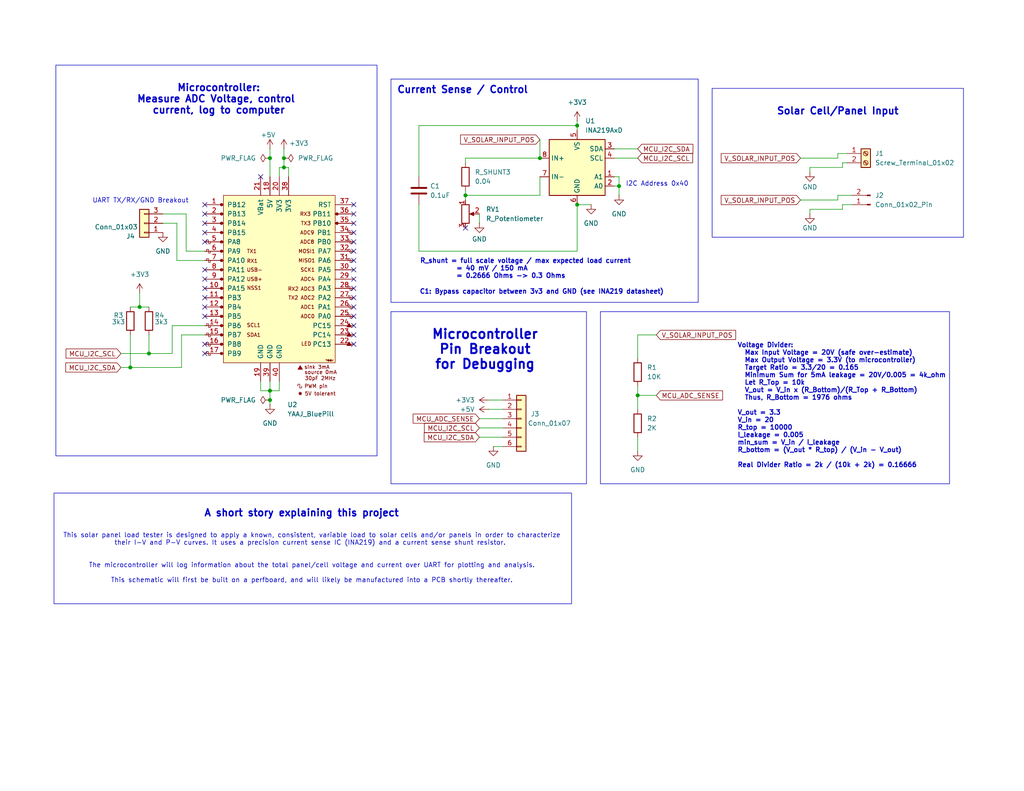
<source format=kicad_sch>
(kicad_sch
	(version 20231120)
	(generator "eeschema")
	(generator_version "8.0")
	(uuid "211b8366-2b1c-422c-86f1-173703c1ab0a")
	(paper "USLetter")
	(lib_symbols
		(symbol "Connector:Conn_01x02_Pin"
			(pin_names
				(offset 1.016) hide)
			(exclude_from_sim no)
			(in_bom yes)
			(on_board yes)
			(property "Reference" "J"
				(at 0 2.54 0)
				(effects
					(font
						(size 1.27 1.27)
					)
				)
			)
			(property "Value" "Conn_01x02_Pin"
				(at 0 -5.08 0)
				(effects
					(font
						(size 1.27 1.27)
					)
				)
			)
			(property "Footprint" ""
				(at 0 0 0)
				(effects
					(font
						(size 1.27 1.27)
					)
					(hide yes)
				)
			)
			(property "Datasheet" "~"
				(at 0 0 0)
				(effects
					(font
						(size 1.27 1.27)
					)
					(hide yes)
				)
			)
			(property "Description" "Generic connector, single row, 01x02, script generated"
				(at 0 0 0)
				(effects
					(font
						(size 1.27 1.27)
					)
					(hide yes)
				)
			)
			(property "ki_locked" ""
				(at 0 0 0)
				(effects
					(font
						(size 1.27 1.27)
					)
				)
			)
			(property "ki_keywords" "connector"
				(at 0 0 0)
				(effects
					(font
						(size 1.27 1.27)
					)
					(hide yes)
				)
			)
			(property "ki_fp_filters" "Connector*:*_1x??_*"
				(at 0 0 0)
				(effects
					(font
						(size 1.27 1.27)
					)
					(hide yes)
				)
			)
			(symbol "Conn_01x02_Pin_1_1"
				(polyline
					(pts
						(xy 1.27 -2.54) (xy 0.8636 -2.54)
					)
					(stroke
						(width 0.1524)
						(type default)
					)
					(fill
						(type none)
					)
				)
				(polyline
					(pts
						(xy 1.27 0) (xy 0.8636 0)
					)
					(stroke
						(width 0.1524)
						(type default)
					)
					(fill
						(type none)
					)
				)
				(rectangle
					(start 0.8636 -2.413)
					(end 0 -2.667)
					(stroke
						(width 0.1524)
						(type default)
					)
					(fill
						(type outline)
					)
				)
				(rectangle
					(start 0.8636 0.127)
					(end 0 -0.127)
					(stroke
						(width 0.1524)
						(type default)
					)
					(fill
						(type outline)
					)
				)
				(pin passive line
					(at 5.08 0 180)
					(length 3.81)
					(name "Pin_1"
						(effects
							(font
								(size 1.27 1.27)
							)
						)
					)
					(number "1"
						(effects
							(font
								(size 1.27 1.27)
							)
						)
					)
				)
				(pin passive line
					(at 5.08 -2.54 180)
					(length 3.81)
					(name "Pin_2"
						(effects
							(font
								(size 1.27 1.27)
							)
						)
					)
					(number "2"
						(effects
							(font
								(size 1.27 1.27)
							)
						)
					)
				)
			)
		)
		(symbol "Connector:Screw_Terminal_01x02"
			(pin_names
				(offset 1.016) hide)
			(exclude_from_sim no)
			(in_bom yes)
			(on_board yes)
			(property "Reference" "J"
				(at 0 2.54 0)
				(effects
					(font
						(size 1.27 1.27)
					)
				)
			)
			(property "Value" "Screw_Terminal_01x02"
				(at 0 -5.08 0)
				(effects
					(font
						(size 1.27 1.27)
					)
				)
			)
			(property "Footprint" ""
				(at 0 0 0)
				(effects
					(font
						(size 1.27 1.27)
					)
					(hide yes)
				)
			)
			(property "Datasheet" "~"
				(at 0 0 0)
				(effects
					(font
						(size 1.27 1.27)
					)
					(hide yes)
				)
			)
			(property "Description" "Generic screw terminal, single row, 01x02, script generated (kicad-library-utils/schlib/autogen/connector/)"
				(at 0 0 0)
				(effects
					(font
						(size 1.27 1.27)
					)
					(hide yes)
				)
			)
			(property "ki_keywords" "screw terminal"
				(at 0 0 0)
				(effects
					(font
						(size 1.27 1.27)
					)
					(hide yes)
				)
			)
			(property "ki_fp_filters" "TerminalBlock*:*"
				(at 0 0 0)
				(effects
					(font
						(size 1.27 1.27)
					)
					(hide yes)
				)
			)
			(symbol "Screw_Terminal_01x02_1_1"
				(rectangle
					(start -1.27 1.27)
					(end 1.27 -3.81)
					(stroke
						(width 0.254)
						(type default)
					)
					(fill
						(type background)
					)
				)
				(circle
					(center 0 -2.54)
					(radius 0.635)
					(stroke
						(width 0.1524)
						(type default)
					)
					(fill
						(type none)
					)
				)
				(polyline
					(pts
						(xy -0.5334 -2.2098) (xy 0.3302 -3.048)
					)
					(stroke
						(width 0.1524)
						(type default)
					)
					(fill
						(type none)
					)
				)
				(polyline
					(pts
						(xy -0.5334 0.3302) (xy 0.3302 -0.508)
					)
					(stroke
						(width 0.1524)
						(type default)
					)
					(fill
						(type none)
					)
				)
				(polyline
					(pts
						(xy -0.3556 -2.032) (xy 0.508 -2.8702)
					)
					(stroke
						(width 0.1524)
						(type default)
					)
					(fill
						(type none)
					)
				)
				(polyline
					(pts
						(xy -0.3556 0.508) (xy 0.508 -0.3302)
					)
					(stroke
						(width 0.1524)
						(type default)
					)
					(fill
						(type none)
					)
				)
				(circle
					(center 0 0)
					(radius 0.635)
					(stroke
						(width 0.1524)
						(type default)
					)
					(fill
						(type none)
					)
				)
				(pin passive line
					(at -5.08 0 0)
					(length 3.81)
					(name "Pin_1"
						(effects
							(font
								(size 1.27 1.27)
							)
						)
					)
					(number "1"
						(effects
							(font
								(size 1.27 1.27)
							)
						)
					)
				)
				(pin passive line
					(at -5.08 -2.54 0)
					(length 3.81)
					(name "Pin_2"
						(effects
							(font
								(size 1.27 1.27)
							)
						)
					)
					(number "2"
						(effects
							(font
								(size 1.27 1.27)
							)
						)
					)
				)
			)
		)
		(symbol "Connector_Generic:Conn_01x03"
			(pin_names
				(offset 1.016) hide)
			(exclude_from_sim no)
			(in_bom yes)
			(on_board yes)
			(property "Reference" "J"
				(at 0 5.08 0)
				(effects
					(font
						(size 1.27 1.27)
					)
				)
			)
			(property "Value" "Conn_01x03"
				(at 0 -5.08 0)
				(effects
					(font
						(size 1.27 1.27)
					)
				)
			)
			(property "Footprint" ""
				(at 0 0 0)
				(effects
					(font
						(size 1.27 1.27)
					)
					(hide yes)
				)
			)
			(property "Datasheet" "~"
				(at 0 0 0)
				(effects
					(font
						(size 1.27 1.27)
					)
					(hide yes)
				)
			)
			(property "Description" "Generic connector, single row, 01x03, script generated (kicad-library-utils/schlib/autogen/connector/)"
				(at 0 0 0)
				(effects
					(font
						(size 1.27 1.27)
					)
					(hide yes)
				)
			)
			(property "ki_keywords" "connector"
				(at 0 0 0)
				(effects
					(font
						(size 1.27 1.27)
					)
					(hide yes)
				)
			)
			(property "ki_fp_filters" "Connector*:*_1x??_*"
				(at 0 0 0)
				(effects
					(font
						(size 1.27 1.27)
					)
					(hide yes)
				)
			)
			(symbol "Conn_01x03_1_1"
				(rectangle
					(start -1.27 -2.413)
					(end 0 -2.667)
					(stroke
						(width 0.1524)
						(type default)
					)
					(fill
						(type none)
					)
				)
				(rectangle
					(start -1.27 0.127)
					(end 0 -0.127)
					(stroke
						(width 0.1524)
						(type default)
					)
					(fill
						(type none)
					)
				)
				(rectangle
					(start -1.27 2.667)
					(end 0 2.413)
					(stroke
						(width 0.1524)
						(type default)
					)
					(fill
						(type none)
					)
				)
				(rectangle
					(start -1.27 3.81)
					(end 1.27 -3.81)
					(stroke
						(width 0.254)
						(type default)
					)
					(fill
						(type background)
					)
				)
				(pin passive line
					(at -5.08 2.54 0)
					(length 3.81)
					(name "Pin_1"
						(effects
							(font
								(size 1.27 1.27)
							)
						)
					)
					(number "1"
						(effects
							(font
								(size 1.27 1.27)
							)
						)
					)
				)
				(pin passive line
					(at -5.08 0 0)
					(length 3.81)
					(name "Pin_2"
						(effects
							(font
								(size 1.27 1.27)
							)
						)
					)
					(number "2"
						(effects
							(font
								(size 1.27 1.27)
							)
						)
					)
				)
				(pin passive line
					(at -5.08 -2.54 0)
					(length 3.81)
					(name "Pin_3"
						(effects
							(font
								(size 1.27 1.27)
							)
						)
					)
					(number "3"
						(effects
							(font
								(size 1.27 1.27)
							)
						)
					)
				)
			)
		)
		(symbol "Connector_Generic:Conn_01x06"
			(pin_names
				(offset 1.016) hide)
			(exclude_from_sim no)
			(in_bom yes)
			(on_board yes)
			(property "Reference" "J"
				(at 0 7.62 0)
				(effects
					(font
						(size 1.27 1.27)
					)
				)
			)
			(property "Value" "Conn_01x06"
				(at 0 -10.16 0)
				(effects
					(font
						(size 1.27 1.27)
					)
				)
			)
			(property "Footprint" ""
				(at 0 0 0)
				(effects
					(font
						(size 1.27 1.27)
					)
					(hide yes)
				)
			)
			(property "Datasheet" "~"
				(at 0 0 0)
				(effects
					(font
						(size 1.27 1.27)
					)
					(hide yes)
				)
			)
			(property "Description" "Generic connector, single row, 01x06, script generated (kicad-library-utils/schlib/autogen/connector/)"
				(at 0 0 0)
				(effects
					(font
						(size 1.27 1.27)
					)
					(hide yes)
				)
			)
			(property "ki_keywords" "connector"
				(at 0 0 0)
				(effects
					(font
						(size 1.27 1.27)
					)
					(hide yes)
				)
			)
			(property "ki_fp_filters" "Connector*:*_1x??_*"
				(at 0 0 0)
				(effects
					(font
						(size 1.27 1.27)
					)
					(hide yes)
				)
			)
			(symbol "Conn_01x06_1_1"
				(rectangle
					(start -1.27 -7.493)
					(end 0 -7.747)
					(stroke
						(width 0.1524)
						(type default)
					)
					(fill
						(type none)
					)
				)
				(rectangle
					(start -1.27 -4.953)
					(end 0 -5.207)
					(stroke
						(width 0.1524)
						(type default)
					)
					(fill
						(type none)
					)
				)
				(rectangle
					(start -1.27 -2.413)
					(end 0 -2.667)
					(stroke
						(width 0.1524)
						(type default)
					)
					(fill
						(type none)
					)
				)
				(rectangle
					(start -1.27 0.127)
					(end 0 -0.127)
					(stroke
						(width 0.1524)
						(type default)
					)
					(fill
						(type none)
					)
				)
				(rectangle
					(start -1.27 2.667)
					(end 0 2.413)
					(stroke
						(width 0.1524)
						(type default)
					)
					(fill
						(type none)
					)
				)
				(rectangle
					(start -1.27 5.207)
					(end 0 4.953)
					(stroke
						(width 0.1524)
						(type default)
					)
					(fill
						(type none)
					)
				)
				(rectangle
					(start -1.27 6.35)
					(end 1.27 -8.89)
					(stroke
						(width 0.254)
						(type default)
					)
					(fill
						(type background)
					)
				)
				(pin passive line
					(at -5.08 5.08 0)
					(length 3.81)
					(name "Pin_1"
						(effects
							(font
								(size 1.27 1.27)
							)
						)
					)
					(number "1"
						(effects
							(font
								(size 1.27 1.27)
							)
						)
					)
				)
				(pin passive line
					(at -5.08 2.54 0)
					(length 3.81)
					(name "Pin_2"
						(effects
							(font
								(size 1.27 1.27)
							)
						)
					)
					(number "2"
						(effects
							(font
								(size 1.27 1.27)
							)
						)
					)
				)
				(pin passive line
					(at -5.08 0 0)
					(length 3.81)
					(name "Pin_3"
						(effects
							(font
								(size 1.27 1.27)
							)
						)
					)
					(number "3"
						(effects
							(font
								(size 1.27 1.27)
							)
						)
					)
				)
				(pin passive line
					(at -5.08 -2.54 0)
					(length 3.81)
					(name "Pin_4"
						(effects
							(font
								(size 1.27 1.27)
							)
						)
					)
					(number "4"
						(effects
							(font
								(size 1.27 1.27)
							)
						)
					)
				)
				(pin passive line
					(at -5.08 -5.08 0)
					(length 3.81)
					(name "Pin_5"
						(effects
							(font
								(size 1.27 1.27)
							)
						)
					)
					(number "5"
						(effects
							(font
								(size 1.27 1.27)
							)
						)
					)
				)
				(pin passive line
					(at -5.08 -7.62 0)
					(length 3.81)
					(name "Pin_6"
						(effects
							(font
								(size 1.27 1.27)
							)
						)
					)
					(number "6"
						(effects
							(font
								(size 1.27 1.27)
							)
						)
					)
				)
			)
		)
		(symbol "Device:C"
			(pin_numbers hide)
			(pin_names
				(offset 0.254)
			)
			(exclude_from_sim no)
			(in_bom yes)
			(on_board yes)
			(property "Reference" "C"
				(at 0.635 2.54 0)
				(effects
					(font
						(size 1.27 1.27)
					)
					(justify left)
				)
			)
			(property "Value" "C"
				(at 0.635 -2.54 0)
				(effects
					(font
						(size 1.27 1.27)
					)
					(justify left)
				)
			)
			(property "Footprint" ""
				(at 0.9652 -3.81 0)
				(effects
					(font
						(size 1.27 1.27)
					)
					(hide yes)
				)
			)
			(property "Datasheet" "~"
				(at 0 0 0)
				(effects
					(font
						(size 1.27 1.27)
					)
					(hide yes)
				)
			)
			(property "Description" "Unpolarized capacitor"
				(at 0 0 0)
				(effects
					(font
						(size 1.27 1.27)
					)
					(hide yes)
				)
			)
			(property "ki_keywords" "cap capacitor"
				(at 0 0 0)
				(effects
					(font
						(size 1.27 1.27)
					)
					(hide yes)
				)
			)
			(property "ki_fp_filters" "C_*"
				(at 0 0 0)
				(effects
					(font
						(size 1.27 1.27)
					)
					(hide yes)
				)
			)
			(symbol "C_0_1"
				(polyline
					(pts
						(xy -2.032 -0.762) (xy 2.032 -0.762)
					)
					(stroke
						(width 0.508)
						(type default)
					)
					(fill
						(type none)
					)
				)
				(polyline
					(pts
						(xy -2.032 0.762) (xy 2.032 0.762)
					)
					(stroke
						(width 0.508)
						(type default)
					)
					(fill
						(type none)
					)
				)
			)
			(symbol "C_1_1"
				(pin passive line
					(at 0 3.81 270)
					(length 2.794)
					(name "~"
						(effects
							(font
								(size 1.27 1.27)
							)
						)
					)
					(number "1"
						(effects
							(font
								(size 1.27 1.27)
							)
						)
					)
				)
				(pin passive line
					(at 0 -3.81 90)
					(length 2.794)
					(name "~"
						(effects
							(font
								(size 1.27 1.27)
							)
						)
					)
					(number "2"
						(effects
							(font
								(size 1.27 1.27)
							)
						)
					)
				)
			)
		)
		(symbol "Device:R"
			(pin_numbers hide)
			(pin_names
				(offset 0)
			)
			(exclude_from_sim no)
			(in_bom yes)
			(on_board yes)
			(property "Reference" "R"
				(at 2.032 0 90)
				(effects
					(font
						(size 1.27 1.27)
					)
				)
			)
			(property "Value" "R"
				(at 0 0 90)
				(effects
					(font
						(size 1.27 1.27)
					)
				)
			)
			(property "Footprint" ""
				(at -1.778 0 90)
				(effects
					(font
						(size 1.27 1.27)
					)
					(hide yes)
				)
			)
			(property "Datasheet" "~"
				(at 0 0 0)
				(effects
					(font
						(size 1.27 1.27)
					)
					(hide yes)
				)
			)
			(property "Description" "Resistor"
				(at 0 0 0)
				(effects
					(font
						(size 1.27 1.27)
					)
					(hide yes)
				)
			)
			(property "ki_keywords" "R res resistor"
				(at 0 0 0)
				(effects
					(font
						(size 1.27 1.27)
					)
					(hide yes)
				)
			)
			(property "ki_fp_filters" "R_*"
				(at 0 0 0)
				(effects
					(font
						(size 1.27 1.27)
					)
					(hide yes)
				)
			)
			(symbol "R_0_1"
				(rectangle
					(start -1.016 -2.54)
					(end 1.016 2.54)
					(stroke
						(width 0.254)
						(type default)
					)
					(fill
						(type none)
					)
				)
			)
			(symbol "R_1_1"
				(pin passive line
					(at 0 3.81 270)
					(length 1.27)
					(name "~"
						(effects
							(font
								(size 1.27 1.27)
							)
						)
					)
					(number "1"
						(effects
							(font
								(size 1.27 1.27)
							)
						)
					)
				)
				(pin passive line
					(at 0 -3.81 90)
					(length 1.27)
					(name "~"
						(effects
							(font
								(size 1.27 1.27)
							)
						)
					)
					(number "2"
						(effects
							(font
								(size 1.27 1.27)
							)
						)
					)
				)
			)
		)
		(symbol "Device:R_Potentiometer"
			(pin_names
				(offset 1.016) hide)
			(exclude_from_sim no)
			(in_bom yes)
			(on_board yes)
			(property "Reference" "RV"
				(at -4.445 0 90)
				(effects
					(font
						(size 1.27 1.27)
					)
				)
			)
			(property "Value" "R_Potentiometer"
				(at -2.54 0 90)
				(effects
					(font
						(size 1.27 1.27)
					)
				)
			)
			(property "Footprint" ""
				(at 0 0 0)
				(effects
					(font
						(size 1.27 1.27)
					)
					(hide yes)
				)
			)
			(property "Datasheet" "~"
				(at 0 0 0)
				(effects
					(font
						(size 1.27 1.27)
					)
					(hide yes)
				)
			)
			(property "Description" "Potentiometer"
				(at 0 0 0)
				(effects
					(font
						(size 1.27 1.27)
					)
					(hide yes)
				)
			)
			(property "ki_keywords" "resistor variable"
				(at 0 0 0)
				(effects
					(font
						(size 1.27 1.27)
					)
					(hide yes)
				)
			)
			(property "ki_fp_filters" "Potentiometer*"
				(at 0 0 0)
				(effects
					(font
						(size 1.27 1.27)
					)
					(hide yes)
				)
			)
			(symbol "R_Potentiometer_0_1"
				(polyline
					(pts
						(xy 2.54 0) (xy 1.524 0)
					)
					(stroke
						(width 0)
						(type default)
					)
					(fill
						(type none)
					)
				)
				(polyline
					(pts
						(xy 1.143 0) (xy 2.286 0.508) (xy 2.286 -0.508) (xy 1.143 0)
					)
					(stroke
						(width 0)
						(type default)
					)
					(fill
						(type outline)
					)
				)
				(rectangle
					(start 1.016 2.54)
					(end -1.016 -2.54)
					(stroke
						(width 0.254)
						(type default)
					)
					(fill
						(type none)
					)
				)
			)
			(symbol "R_Potentiometer_1_1"
				(pin passive line
					(at 0 3.81 270)
					(length 1.27)
					(name "1"
						(effects
							(font
								(size 1.27 1.27)
							)
						)
					)
					(number "1"
						(effects
							(font
								(size 1.27 1.27)
							)
						)
					)
				)
				(pin passive line
					(at 3.81 0 180)
					(length 1.27)
					(name "2"
						(effects
							(font
								(size 1.27 1.27)
							)
						)
					)
					(number "2"
						(effects
							(font
								(size 1.27 1.27)
							)
						)
					)
				)
				(pin passive line
					(at 0 -3.81 90)
					(length 1.27)
					(name "3"
						(effects
							(font
								(size 1.27 1.27)
							)
						)
					)
					(number "3"
						(effects
							(font
								(size 1.27 1.27)
							)
						)
					)
				)
			)
		)
		(symbol "Sensor_Energy:INA219AxD"
			(exclude_from_sim no)
			(in_bom yes)
			(on_board yes)
			(property "Reference" "U"
				(at -6.35 8.89 0)
				(effects
					(font
						(size 1.27 1.27)
					)
				)
			)
			(property "Value" "INA219AxD"
				(at 5.08 8.89 0)
				(effects
					(font
						(size 1.27 1.27)
					)
				)
			)
			(property "Footprint" "Package_SO:SOIC-8_3.9x4.9mm_P1.27mm"
				(at 20.32 -8.89 0)
				(effects
					(font
						(size 1.27 1.27)
					)
					(hide yes)
				)
			)
			(property "Datasheet" "http://www.ti.com/lit/ds/symlink/ina219.pdf"
				(at 8.89 -2.54 0)
				(effects
					(font
						(size 1.27 1.27)
					)
					(hide yes)
				)
			)
			(property "Description" "Zero-Drift, Bidirectional Current/Power Monitor (0-26V) With I2C Interface, SOIC-8"
				(at 0 0 0)
				(effects
					(font
						(size 1.27 1.27)
					)
					(hide yes)
				)
			)
			(property "ki_keywords" "ADC I2C 16-Bit Oversampling Current Shunt"
				(at 0 0 0)
				(effects
					(font
						(size 1.27 1.27)
					)
					(hide yes)
				)
			)
			(property "ki_fp_filters" "SOIC*3.9x4.9mm*P1.27mm*"
				(at 0 0 0)
				(effects
					(font
						(size 1.27 1.27)
					)
					(hide yes)
				)
			)
			(symbol "INA219AxD_0_1"
				(rectangle
					(start -7.62 7.62)
					(end 7.62 -7.62)
					(stroke
						(width 0.254)
						(type default)
					)
					(fill
						(type background)
					)
				)
			)
			(symbol "INA219AxD_1_1"
				(pin input line
					(at 10.16 -2.54 180)
					(length 2.54)
					(name "A1"
						(effects
							(font
								(size 1.27 1.27)
							)
						)
					)
					(number "1"
						(effects
							(font
								(size 1.27 1.27)
							)
						)
					)
				)
				(pin input line
					(at 10.16 -5.08 180)
					(length 2.54)
					(name "A0"
						(effects
							(font
								(size 1.27 1.27)
							)
						)
					)
					(number "2"
						(effects
							(font
								(size 1.27 1.27)
							)
						)
					)
				)
				(pin bidirectional line
					(at 10.16 5.08 180)
					(length 2.54)
					(name "SDA"
						(effects
							(font
								(size 1.27 1.27)
							)
						)
					)
					(number "3"
						(effects
							(font
								(size 1.27 1.27)
							)
						)
					)
				)
				(pin input line
					(at 10.16 2.54 180)
					(length 2.54)
					(name "SCL"
						(effects
							(font
								(size 1.27 1.27)
							)
						)
					)
					(number "4"
						(effects
							(font
								(size 1.27 1.27)
							)
						)
					)
				)
				(pin power_in line
					(at 0 10.16 270)
					(length 2.54)
					(name "VS"
						(effects
							(font
								(size 1.27 1.27)
							)
						)
					)
					(number "5"
						(effects
							(font
								(size 1.27 1.27)
							)
						)
					)
				)
				(pin power_in line
					(at 0 -10.16 90)
					(length 2.54)
					(name "GND"
						(effects
							(font
								(size 1.27 1.27)
							)
						)
					)
					(number "6"
						(effects
							(font
								(size 1.27 1.27)
							)
						)
					)
				)
				(pin input line
					(at -10.16 -2.54 0)
					(length 2.54)
					(name "IN-"
						(effects
							(font
								(size 1.27 1.27)
							)
						)
					)
					(number "7"
						(effects
							(font
								(size 1.27 1.27)
							)
						)
					)
				)
				(pin input line
					(at -10.16 2.54 0)
					(length 2.54)
					(name "IN+"
						(effects
							(font
								(size 1.27 1.27)
							)
						)
					)
					(number "8"
						(effects
							(font
								(size 1.27 1.27)
							)
						)
					)
				)
			)
		)
		(symbol "YAAJ_BluePill:YAAJ_BluePill"
			(pin_names
				(offset 1.016)
			)
			(exclude_from_sim no)
			(in_bom yes)
			(on_board yes)
			(property "Reference" "U"
				(at -13.97 24.13 0)
				(effects
					(font
						(size 1.27 1.27)
					)
				)
			)
			(property "Value" "YAAJ_BluePill"
				(at 0 6.35 90)
				(effects
					(font
						(size 1.27 1.27)
					)
				)
			)
			(property "Footprint" ""
				(at -1.905 24.13 90)
				(effects
					(font
						(size 1.27 1.27)
					)
					(hide yes)
				)
			)
			(property "Datasheet" ""
				(at -1.905 24.13 90)
				(effects
					(font
						(size 1.27 1.27)
					)
					(hide yes)
				)
			)
			(property "Description" "STM32 Blue Pill ; KLC compliant"
				(at 0 0 0)
				(effects
					(font
						(size 1.27 1.27)
					)
					(hide yes)
				)
			)
			(property "ki_keywords" "module blue pill STM32"
				(at 0 0 0)
				(effects
					(font
						(size 1.27 1.27)
					)
					(hide yes)
				)
			)
			(symbol "YAAJ_BluePill_0_0"
				(circle
					(center -15.748 -20.32)
					(radius 0.3556)
					(stroke
						(width 0)
						(type solid)
					)
					(fill
						(type outline)
					)
				)
				(circle
					(center -15.748 -17.78)
					(radius 0.3556)
					(stroke
						(width 0)
						(type solid)
					)
					(fill
						(type outline)
					)
				)
				(circle
					(center -15.748 -15.24)
					(radius 0.3556)
					(stroke
						(width 0)
						(type solid)
					)
					(fill
						(type outline)
					)
				)
				(circle
					(center -15.748 -12.7)
					(radius 0.3556)
					(stroke
						(width 0)
						(type solid)
					)
					(fill
						(type outline)
					)
				)
				(circle
					(center -15.748 -10.16)
					(radius 0.3556)
					(stroke
						(width 0)
						(type solid)
					)
					(fill
						(type outline)
					)
				)
				(circle
					(center -15.748 -7.62)
					(radius 0.3556)
					(stroke
						(width 0)
						(type solid)
					)
					(fill
						(type outline)
					)
				)
				(circle
					(center -15.748 -5.08)
					(radius 0.3556)
					(stroke
						(width 0)
						(type solid)
					)
					(fill
						(type outline)
					)
				)
				(circle
					(center -15.748 -2.54)
					(radius 0.3556)
					(stroke
						(width 0)
						(type solid)
					)
					(fill
						(type outline)
					)
				)
				(circle
					(center -15.748 0)
					(radius 0.3556)
					(stroke
						(width 0)
						(type solid)
					)
					(fill
						(type outline)
					)
				)
				(circle
					(center -15.748 2.54)
					(radius 0.3556)
					(stroke
						(width 0)
						(type solid)
					)
					(fill
						(type outline)
					)
				)
				(circle
					(center -15.748 5.08)
					(radius 0.3556)
					(stroke
						(width 0)
						(type solid)
					)
					(fill
						(type outline)
					)
				)
				(circle
					(center -15.748 7.62)
					(radius 0.3556)
					(stroke
						(width 0)
						(type solid)
					)
					(fill
						(type outline)
					)
				)
				(circle
					(center -15.748 10.16)
					(radius 0.3556)
					(stroke
						(width 0)
						(type solid)
					)
					(fill
						(type outline)
					)
				)
				(circle
					(center -15.748 12.7)
					(radius 0.3556)
					(stroke
						(width 0)
						(type solid)
					)
					(fill
						(type outline)
					)
				)
				(circle
					(center -15.748 15.24)
					(radius 0.3556)
					(stroke
						(width 0)
						(type solid)
					)
					(fill
						(type outline)
					)
				)
				(circle
					(center -15.748 20.32)
					(radius 0.3556)
					(stroke
						(width 0)
						(type solid)
					)
					(fill
						(type outline)
					)
				)
				(polyline
					(pts
						(xy 5.08 -24.638) (xy 5.715 -23.622) (xy 6.35 -24.638) (xy 5.08 -24.638) (xy 5.715 -23.749) (xy 6.223 -24.638)
						(xy 5.207 -24.511) (xy 5.715 -23.876) (xy 6.096 -24.638) (xy 5.334 -24.384) (xy 5.842 -24.003)
						(xy 5.969 -24.638) (xy 5.461 -24.257) (xy 5.969 -24.13) (xy 5.842 -24.511) (xy 5.588 -24.257)
						(xy 5.842 -24.384) (xy 5.715 -24.13)
					)
					(stroke
						(width 0)
						(type solid)
					)
					(fill
						(type none)
					)
				)
				(polyline
					(pts
						(xy 18.415 -18.161) (xy 19.05 -17.145) (xy 19.685 -18.161) (xy 18.415 -18.161) (xy 19.05 -17.272)
						(xy 19.558 -18.161) (xy 18.542 -18.034) (xy 19.05 -17.399) (xy 19.431 -18.161) (xy 18.669 -17.907)
						(xy 19.177 -17.526) (xy 19.304 -18.161) (xy 18.796 -17.78) (xy 19.304 -17.653) (xy 19.177 -18.034)
						(xy 18.923 -17.78) (xy 19.177 -17.907) (xy 19.05 -17.653)
					)
					(stroke
						(width 0)
						(type solid)
					)
					(fill
						(type none)
					)
				)
				(polyline
					(pts
						(xy 18.415 -15.621) (xy 19.05 -14.605) (xy 19.685 -15.621) (xy 18.415 -15.621) (xy 19.05 -14.732)
						(xy 19.558 -15.621) (xy 18.542 -15.494) (xy 19.05 -14.859) (xy 19.431 -15.621) (xy 18.669 -15.367)
						(xy 19.177 -14.986) (xy 19.304 -15.621) (xy 18.796 -15.24) (xy 19.304 -15.113) (xy 19.177 -15.494)
						(xy 18.923 -15.24) (xy 19.177 -15.367) (xy 19.05 -15.113)
					)
					(stroke
						(width 0)
						(type solid)
					)
					(fill
						(type none)
					)
				)
				(polyline
					(pts
						(xy 18.415 -13.081) (xy 19.05 -12.065) (xy 19.685 -13.081) (xy 18.415 -13.081) (xy 19.05 -12.192)
						(xy 19.558 -13.081) (xy 18.542 -12.954) (xy 19.05 -12.319) (xy 19.431 -13.081) (xy 18.669 -12.827)
						(xy 19.177 -12.446) (xy 19.304 -13.081) (xy 18.796 -12.7) (xy 19.304 -12.573) (xy 19.177 -12.954)
						(xy 18.923 -12.7) (xy 19.177 -12.827) (xy 19.05 -12.573)
					)
					(stroke
						(width 0)
						(type solid)
					)
					(fill
						(type none)
					)
				)
				(circle
					(center 5.715 -31.242)
					(radius 0.127)
					(stroke
						(width 0)
						(type solid)
					)
					(fill
						(type outline)
					)
				)
				(circle
					(center 5.715 -31.242)
					(radius 0.254)
					(stroke
						(width 0)
						(type solid)
					)
					(fill
						(type none)
					)
				)
				(circle
					(center 5.715 -31.242)
					(radius 0.3556)
					(stroke
						(width 0)
						(type solid)
					)
					(fill
						(type none)
					)
				)
				(circle
					(center 15.748 15.24)
					(radius 0.254)
					(stroke
						(width 0)
						(type solid)
					)
					(fill
						(type outline)
					)
				)
				(circle
					(center 15.748 15.24)
					(radius 0.3556)
					(stroke
						(width 0)
						(type solid)
					)
					(fill
						(type none)
					)
				)
				(circle
					(center 15.748 17.78)
					(radius 0.254)
					(stroke
						(width 0)
						(type solid)
					)
					(fill
						(type outline)
					)
				)
				(circle
					(center 15.748 17.78)
					(radius 0.3556)
					(stroke
						(width 0)
						(type solid)
					)
					(fill
						(type none)
					)
				)
				(text "30pF 2MHz"
					(at 11.176 -27.051 0)
					(effects
						(font
							(size 0.9906 0.9906)
						)
					)
				)
				(text "5V tolerant"
					(at 11.176 -31.242 0)
					(effects
						(font
							(size 0.9906 0.9906)
						)
					)
				)
				(text "ADC0"
					(at 7.747 -10.16 0)
					(effects
						(font
							(size 0.9906 0.9906)
						)
					)
				)
				(text "ADC1"
					(at 7.747 -7.62 0)
					(effects
						(font
							(size 0.9906 0.9906)
						)
					)
				)
				(text "ADC2"
					(at 7.747 -5.08 0)
					(effects
						(font
							(size 0.9906 0.9906)
						)
					)
				)
				(text "ADC3"
					(at 7.747 -2.667 0)
					(effects
						(font
							(size 0.9906 0.9906)
						)
					)
				)
				(text "ADC4"
					(at 7.747 0 0)
					(effects
						(font
							(size 0.9906 0.9906)
						)
					)
				)
				(text "ADC8"
					(at 7.62 10.16 0)
					(effects
						(font
							(size 0.9906 0.9906)
						)
					)
				)
				(text "ADC9"
					(at 7.62 12.7 0)
					(effects
						(font
							(size 0.9906 0.9906)
						)
					)
				)
				(text "LED"
					(at 7.366 -17.653 0)
					(effects
						(font
							(size 0.9906 0.9906)
						)
					)
				)
				(text "MISO1"
					(at 7.493 5.08 0)
					(effects
						(font
							(size 0.9906 0.9906)
						)
					)
				)
				(text "MOSI1"
					(at 7.493 7.62 0)
					(effects
						(font
							(size 0.9906 0.9906)
						)
					)
				)
				(text "NSS1"
					(at -6.858 -2.413 0)
					(effects
						(font
							(size 0.9906 0.9906)
						)
					)
				)
				(text "PWM pin"
					(at 10.033 -29.21 0)
					(effects
						(font
							(size 0.9906 0.9906)
						)
					)
				)
				(text "RX1"
					(at -7.366 4.953 0)
					(effects
						(font
							(size 0.9906 0.9906)
						)
					)
				)
				(text "RX2"
					(at 3.81 -2.667 0)
					(effects
						(font
							(size 0.9906 0.9906)
						)
					)
				)
				(text "RX3"
					(at 7.112 17.78 0)
					(effects
						(font
							(size 0.9906 0.9906)
						)
					)
				)
				(text "SCK1"
					(at 7.747 2.54 0)
					(effects
						(font
							(size 0.9906 0.9906)
						)
					)
				)
				(text "SCL1"
					(at -6.985 -12.573 0)
					(effects
						(font
							(size 0.9906 0.9906)
						)
					)
				)
				(text "SDA1"
					(at -6.985 -15.24 0)
					(effects
						(font
							(size 0.9906 0.9906)
						)
					)
				)
				(text "sink 3mA"
					(at 10.287 -24.003 0)
					(effects
						(font
							(size 0.9906 0.9906)
						)
					)
				)
				(text "source 0mA"
					(at 11.303 -25.4 0)
					(effects
						(font
							(size 0.9906 0.9906)
						)
					)
				)
				(text "TX1"
					(at -7.493 7.62 0)
					(effects
						(font
							(size 0.9906 0.9906)
						)
					)
				)
				(text "TX2"
					(at 3.81 -5.08 0)
					(effects
						(font
							(size 0.9906 0.9906)
						)
					)
				)
				(text "TX3"
					(at 7.239 15.24 0)
					(effects
						(font
							(size 0.9906 0.9906)
						)
					)
				)
				(text "USB+"
					(at -6.731 0 0)
					(effects
						(font
							(size 0.9906 0.9906)
						)
					)
				)
				(text "USB-"
					(at -6.731 2.54 0)
					(effects
						(font
							(size 0.9906 0.9906)
						)
					)
				)
				(text "Y@@J"
					(at 13.6906 -22.1488 0)
					(effects
						(font
							(size 0.508 0.508)
						)
					)
				)
			)
			(symbol "YAAJ_BluePill_0_1"
				(rectangle
					(start -15.24 22.86)
					(end 15.24 -22.86)
					(stroke
						(width 0)
						(type solid)
					)
					(fill
						(type background)
					)
				)
				(polyline
					(pts
						(xy -18.796 -20.32) (xy -18.796 -20.828) (xy -19.304 -20.828) (xy -19.304 -19.812) (xy -19.812 -19.812)
						(xy -19.812 -20.32)
					)
					(stroke
						(width 0)
						(type solid)
					)
					(fill
						(type none)
					)
				)
				(polyline
					(pts
						(xy -18.796 -17.78) (xy -18.796 -18.288) (xy -19.304 -18.288) (xy -19.304 -17.272) (xy -19.812 -17.272)
						(xy -19.812 -17.78)
					)
					(stroke
						(width 0)
						(type solid)
					)
					(fill
						(type none)
					)
				)
				(polyline
					(pts
						(xy -18.796 -15.24) (xy -18.796 -15.748) (xy -19.304 -15.748) (xy -19.304 -14.732) (xy -19.812 -14.732)
						(xy -19.812 -15.24)
					)
					(stroke
						(width 0)
						(type solid)
					)
					(fill
						(type none)
					)
				)
				(polyline
					(pts
						(xy -18.796 -12.7) (xy -18.796 -13.208) (xy -19.304 -13.208) (xy -19.304 -12.192) (xy -19.812 -12.192)
						(xy -19.812 -12.7)
					)
					(stroke
						(width 0)
						(type solid)
					)
					(fill
						(type none)
					)
				)
				(polyline
					(pts
						(xy -18.796 5.08) (xy -18.796 4.572) (xy -19.304 4.572) (xy -19.304 5.588) (xy -19.812 5.588)
						(xy -19.812 5.08)
					)
					(stroke
						(width 0)
						(type solid)
					)
					(fill
						(type none)
					)
				)
				(polyline
					(pts
						(xy -18.796 7.62) (xy -18.796 7.112) (xy -19.304 7.112) (xy -19.304 8.128) (xy -19.812 8.128)
						(xy -19.812 7.62)
					)
					(stroke
						(width 0)
						(type solid)
					)
					(fill
						(type none)
					)
				)
				(polyline
					(pts
						(xy -18.796 10.16) (xy -18.796 9.652) (xy -19.304 9.652) (xy -19.304 10.668) (xy -19.812 10.668)
						(xy -19.812 10.16)
					)
					(stroke
						(width 0)
						(type solid)
					)
					(fill
						(type none)
					)
				)
				(polyline
					(pts
						(xy 6.096 -29.21) (xy 6.096 -29.718) (xy 5.588 -29.718) (xy 5.588 -28.702) (xy 5.08 -28.702) (xy 5.08 -29.21)
					)
					(stroke
						(width 0)
						(type solid)
					)
					(fill
						(type none)
					)
				)
				(polyline
					(pts
						(xy 19.812 -10.16) (xy 19.812 -10.668) (xy 19.304 -10.668) (xy 19.304 -9.652) (xy 18.796 -9.652)
						(xy 18.796 -10.16)
					)
					(stroke
						(width 0)
						(type solid)
					)
					(fill
						(type none)
					)
				)
				(polyline
					(pts
						(xy 19.812 -7.62) (xy 19.812 -8.128) (xy 19.304 -8.128) (xy 19.304 -7.112) (xy 18.796 -7.112)
						(xy 18.796 -7.62)
					)
					(stroke
						(width 0)
						(type solid)
					)
					(fill
						(type none)
					)
				)
				(polyline
					(pts
						(xy 19.812 -5.08) (xy 19.812 -5.588) (xy 19.304 -5.588) (xy 19.304 -4.572) (xy 18.796 -4.572)
						(xy 18.796 -5.08)
					)
					(stroke
						(width 0)
						(type solid)
					)
					(fill
						(type none)
					)
				)
				(polyline
					(pts
						(xy 19.812 -2.54) (xy 19.812 -3.048) (xy 19.304 -3.048) (xy 19.304 -2.032) (xy 18.796 -2.032)
						(xy 18.796 -2.54)
					)
					(stroke
						(width 0)
						(type solid)
					)
					(fill
						(type none)
					)
				)
				(polyline
					(pts
						(xy 19.812 5.08) (xy 19.812 4.572) (xy 19.304 4.572) (xy 19.304 5.588) (xy 18.796 5.588) (xy 18.796 5.08)
					)
					(stroke
						(width 0)
						(type solid)
					)
					(fill
						(type none)
					)
				)
				(polyline
					(pts
						(xy 19.812 7.62) (xy 19.812 7.112) (xy 19.304 7.112) (xy 19.304 8.128) (xy 18.796 8.128) (xy 18.796 7.62)
					)
					(stroke
						(width 0)
						(type solid)
					)
					(fill
						(type none)
					)
				)
				(polyline
					(pts
						(xy 19.812 10.16) (xy 19.812 9.652) (xy 19.304 9.652) (xy 19.304 10.668) (xy 18.796 10.668) (xy 18.796 10.16)
					)
					(stroke
						(width 0)
						(type solid)
					)
					(fill
						(type none)
					)
				)
				(polyline
					(pts
						(xy 19.812 12.7) (xy 19.812 12.192) (xy 19.304 12.192) (xy 19.304 13.208) (xy 18.796 13.208) (xy 18.796 12.7)
					)
					(stroke
						(width 0)
						(type solid)
					)
					(fill
						(type none)
					)
				)
			)
			(symbol "YAAJ_BluePill_1_1"
				(circle
					(center -15.748 17.78)
					(radius 0.3556)
					(stroke
						(width 0)
						(type solid)
					)
					(fill
						(type outline)
					)
				)
				(pin bidirectional line
					(at -20.32 20.32 0)
					(length 5.08)
					(name "PB12"
						(effects
							(font
								(size 1.27 1.27)
							)
						)
					)
					(number "1"
						(effects
							(font
								(size 1.27 1.27)
							)
						)
					)
				)
				(pin bidirectional line
					(at -20.32 -2.54 0)
					(length 5.08)
					(name "PA15"
						(effects
							(font
								(size 1.27 1.27)
							)
						)
					)
					(number "10"
						(effects
							(font
								(size 1.27 1.27)
							)
						)
					)
				)
				(pin bidirectional line
					(at -20.32 -5.08 0)
					(length 5.08)
					(name "PB3"
						(effects
							(font
								(size 1.27 1.27)
							)
						)
					)
					(number "11"
						(effects
							(font
								(size 1.27 1.27)
							)
						)
					)
				)
				(pin bidirectional line
					(at -20.32 -7.62 0)
					(length 5.08)
					(name "PB4"
						(effects
							(font
								(size 1.27 1.27)
							)
						)
					)
					(number "12"
						(effects
							(font
								(size 1.27 1.27)
							)
						)
					)
				)
				(pin bidirectional line
					(at -20.32 -10.16 0)
					(length 5.08)
					(name "PB5"
						(effects
							(font
								(size 1.27 1.27)
							)
						)
					)
					(number "13"
						(effects
							(font
								(size 1.27 1.27)
							)
						)
					)
				)
				(pin bidirectional line
					(at -20.32 -12.7 0)
					(length 5.08)
					(name "PB6"
						(effects
							(font
								(size 1.27 1.27)
							)
						)
					)
					(number "14"
						(effects
							(font
								(size 1.27 1.27)
							)
						)
					)
				)
				(pin bidirectional line
					(at -20.32 -15.24 0)
					(length 5.08)
					(name "PB7"
						(effects
							(font
								(size 1.27 1.27)
							)
						)
					)
					(number "15"
						(effects
							(font
								(size 1.27 1.27)
							)
						)
					)
				)
				(pin bidirectional line
					(at -20.32 -17.78 0)
					(length 5.08)
					(name "PB8"
						(effects
							(font
								(size 1.27 1.27)
							)
						)
					)
					(number "16"
						(effects
							(font
								(size 1.27 1.27)
							)
						)
					)
				)
				(pin bidirectional line
					(at -20.32 -20.32 0)
					(length 5.08)
					(name "PB9"
						(effects
							(font
								(size 1.27 1.27)
							)
						)
					)
					(number "17"
						(effects
							(font
								(size 1.27 1.27)
							)
						)
					)
				)
				(pin power_in line
					(at -2.54 27.94 270)
					(length 5.08)
					(name "5V"
						(effects
							(font
								(size 1.27 1.27)
							)
						)
					)
					(number "18"
						(effects
							(font
								(size 1.27 1.27)
							)
						)
					)
				)
				(pin power_in line
					(at -5.08 -27.94 90)
					(length 5.08)
					(name "GND"
						(effects
							(font
								(size 1.27 1.27)
							)
						)
					)
					(number "19"
						(effects
							(font
								(size 1.27 1.27)
							)
						)
					)
				)
				(pin bidirectional line
					(at -20.32 17.78 0)
					(length 5.08)
					(name "PB13"
						(effects
							(font
								(size 1.27 1.27)
							)
						)
					)
					(number "2"
						(effects
							(font
								(size 1.27 1.27)
							)
						)
					)
				)
				(pin power_in line
					(at 0 27.94 270)
					(length 5.08)
					(name "3V3"
						(effects
							(font
								(size 1.27 1.27)
							)
						)
					)
					(number "20"
						(effects
							(font
								(size 1.27 1.27)
							)
						)
					)
				)
				(pin power_in line
					(at -5.08 27.94 270)
					(length 5.08)
					(name "VBat"
						(effects
							(font
								(size 1.27 1.27)
							)
						)
					)
					(number "21"
						(effects
							(font
								(size 1.27 1.27)
							)
						)
					)
				)
				(pin bidirectional line
					(at 20.32 -17.78 180)
					(length 5.08)
					(name "PC13"
						(effects
							(font
								(size 1.27 1.27)
							)
						)
					)
					(number "22"
						(effects
							(font
								(size 1.27 1.27)
							)
						)
					)
				)
				(pin bidirectional line
					(at 20.32 -15.24 180)
					(length 5.08)
					(name "PC14"
						(effects
							(font
								(size 1.27 1.27)
							)
						)
					)
					(number "23"
						(effects
							(font
								(size 1.27 1.27)
							)
						)
					)
				)
				(pin bidirectional line
					(at 20.32 -12.7 180)
					(length 5.08)
					(name "PC15"
						(effects
							(font
								(size 1.27 1.27)
							)
						)
					)
					(number "24"
						(effects
							(font
								(size 1.27 1.27)
							)
						)
					)
				)
				(pin bidirectional line
					(at 20.32 -10.16 180)
					(length 5.08)
					(name "PA0"
						(effects
							(font
								(size 1.27 1.27)
							)
						)
					)
					(number "25"
						(effects
							(font
								(size 1.27 1.27)
							)
						)
					)
				)
				(pin bidirectional line
					(at 20.32 -7.62 180)
					(length 5.08)
					(name "PA1"
						(effects
							(font
								(size 1.27 1.27)
							)
						)
					)
					(number "26"
						(effects
							(font
								(size 1.27 1.27)
							)
						)
					)
				)
				(pin bidirectional line
					(at 20.32 -5.08 180)
					(length 5.08)
					(name "PA2"
						(effects
							(font
								(size 1.27 1.27)
							)
						)
					)
					(number "27"
						(effects
							(font
								(size 1.27 1.27)
							)
						)
					)
				)
				(pin bidirectional line
					(at 20.32 -2.54 180)
					(length 5.08)
					(name "PA3"
						(effects
							(font
								(size 1.27 1.27)
							)
						)
					)
					(number "28"
						(effects
							(font
								(size 1.27 1.27)
							)
						)
					)
				)
				(pin bidirectional line
					(at 20.32 0 180)
					(length 5.08)
					(name "PA4"
						(effects
							(font
								(size 1.27 1.27)
							)
						)
					)
					(number "29"
						(effects
							(font
								(size 1.27 1.27)
							)
						)
					)
				)
				(pin bidirectional line
					(at -20.32 15.24 0)
					(length 5.08)
					(name "PB14"
						(effects
							(font
								(size 1.27 1.27)
							)
						)
					)
					(number "3"
						(effects
							(font
								(size 1.27 1.27)
							)
						)
					)
				)
				(pin bidirectional line
					(at 20.32 2.54 180)
					(length 5.08)
					(name "PA5"
						(effects
							(font
								(size 1.27 1.27)
							)
						)
					)
					(number "30"
						(effects
							(font
								(size 1.27 1.27)
							)
						)
					)
				)
				(pin bidirectional line
					(at 20.32 5.08 180)
					(length 5.08)
					(name "PA6"
						(effects
							(font
								(size 1.27 1.27)
							)
						)
					)
					(number "31"
						(effects
							(font
								(size 1.27 1.27)
							)
						)
					)
				)
				(pin bidirectional line
					(at 20.32 7.62 180)
					(length 5.08)
					(name "PA7"
						(effects
							(font
								(size 1.27 1.27)
							)
						)
					)
					(number "32"
						(effects
							(font
								(size 1.27 1.27)
							)
						)
					)
				)
				(pin bidirectional line
					(at 20.32 10.16 180)
					(length 5.08)
					(name "PB0"
						(effects
							(font
								(size 1.27 1.27)
							)
						)
					)
					(number "33"
						(effects
							(font
								(size 1.27 1.27)
							)
						)
					)
				)
				(pin bidirectional line
					(at 20.32 12.7 180)
					(length 5.08)
					(name "PB1"
						(effects
							(font
								(size 1.27 1.27)
							)
						)
					)
					(number "34"
						(effects
							(font
								(size 1.27 1.27)
							)
						)
					)
				)
				(pin bidirectional line
					(at 20.32 15.24 180)
					(length 5.08)
					(name "PB10"
						(effects
							(font
								(size 1.27 1.27)
							)
						)
					)
					(number "35"
						(effects
							(font
								(size 1.27 1.27)
							)
						)
					)
				)
				(pin bidirectional line
					(at 20.32 17.78 180)
					(length 5.08)
					(name "PB11"
						(effects
							(font
								(size 1.27 1.27)
							)
						)
					)
					(number "36"
						(effects
							(font
								(size 1.27 1.27)
							)
						)
					)
				)
				(pin input line
					(at 20.32 20.32 180)
					(length 5.08)
					(name "RST"
						(effects
							(font
								(size 1.27 1.27)
							)
						)
					)
					(number "37"
						(effects
							(font
								(size 1.27 1.27)
							)
						)
					)
				)
				(pin power_in line
					(at 2.54 27.94 270)
					(length 5.08)
					(name "3V3"
						(effects
							(font
								(size 1.27 1.27)
							)
						)
					)
					(number "38"
						(effects
							(font
								(size 1.27 1.27)
							)
						)
					)
				)
				(pin power_in line
					(at -2.54 -27.94 90)
					(length 5.08)
					(name "GND"
						(effects
							(font
								(size 1.27 1.27)
							)
						)
					)
					(number "39"
						(effects
							(font
								(size 1.27 1.27)
							)
						)
					)
				)
				(pin bidirectional line
					(at -20.32 12.7 0)
					(length 5.08)
					(name "PB15"
						(effects
							(font
								(size 1.27 1.27)
							)
						)
					)
					(number "4"
						(effects
							(font
								(size 1.27 1.27)
							)
						)
					)
				)
				(pin power_in line
					(at 0 -27.94 90)
					(length 5.08)
					(name "GND"
						(effects
							(font
								(size 1.27 1.27)
							)
						)
					)
					(number "40"
						(effects
							(font
								(size 1.27 1.27)
							)
						)
					)
				)
				(pin bidirectional line
					(at -20.32 10.16 0)
					(length 5.08)
					(name "PA8"
						(effects
							(font
								(size 1.27 1.27)
							)
						)
					)
					(number "5"
						(effects
							(font
								(size 1.27 1.27)
							)
						)
					)
				)
				(pin bidirectional line
					(at -20.32 7.62 0)
					(length 5.08)
					(name "PA9"
						(effects
							(font
								(size 1.27 1.27)
							)
						)
					)
					(number "6"
						(effects
							(font
								(size 1.27 1.27)
							)
						)
					)
				)
				(pin bidirectional line
					(at -20.32 5.08 0)
					(length 5.08)
					(name "PA10"
						(effects
							(font
								(size 1.27 1.27)
							)
						)
					)
					(number "7"
						(effects
							(font
								(size 1.27 1.27)
							)
						)
					)
				)
				(pin bidirectional line
					(at -20.32 2.54 0)
					(length 5.08)
					(name "PA11"
						(effects
							(font
								(size 1.27 1.27)
							)
						)
					)
					(number "8"
						(effects
							(font
								(size 1.27 1.27)
							)
						)
					)
				)
				(pin bidirectional line
					(at -20.32 0 0)
					(length 5.08)
					(name "PA12"
						(effects
							(font
								(size 1.27 1.27)
							)
						)
					)
					(number "9"
						(effects
							(font
								(size 1.27 1.27)
							)
						)
					)
				)
			)
		)
		(symbol "power:+3.3V"
			(power)
			(pin_numbers hide)
			(pin_names
				(offset 0) hide)
			(exclude_from_sim no)
			(in_bom yes)
			(on_board yes)
			(property "Reference" "#PWR"
				(at 0 -3.81 0)
				(effects
					(font
						(size 1.27 1.27)
					)
					(hide yes)
				)
			)
			(property "Value" "+3.3V"
				(at 0 3.556 0)
				(effects
					(font
						(size 1.27 1.27)
					)
				)
			)
			(property "Footprint" ""
				(at 0 0 0)
				(effects
					(font
						(size 1.27 1.27)
					)
					(hide yes)
				)
			)
			(property "Datasheet" ""
				(at 0 0 0)
				(effects
					(font
						(size 1.27 1.27)
					)
					(hide yes)
				)
			)
			(property "Description" "Power symbol creates a global label with name \"+3.3V\""
				(at 0 0 0)
				(effects
					(font
						(size 1.27 1.27)
					)
					(hide yes)
				)
			)
			(property "ki_keywords" "global power"
				(at 0 0 0)
				(effects
					(font
						(size 1.27 1.27)
					)
					(hide yes)
				)
			)
			(symbol "+3.3V_0_1"
				(polyline
					(pts
						(xy -0.762 1.27) (xy 0 2.54)
					)
					(stroke
						(width 0)
						(type default)
					)
					(fill
						(type none)
					)
				)
				(polyline
					(pts
						(xy 0 0) (xy 0 2.54)
					)
					(stroke
						(width 0)
						(type default)
					)
					(fill
						(type none)
					)
				)
				(polyline
					(pts
						(xy 0 2.54) (xy 0.762 1.27)
					)
					(stroke
						(width 0)
						(type default)
					)
					(fill
						(type none)
					)
				)
			)
			(symbol "+3.3V_1_1"
				(pin power_in line
					(at 0 0 90)
					(length 0)
					(name "~"
						(effects
							(font
								(size 1.27 1.27)
							)
						)
					)
					(number "1"
						(effects
							(font
								(size 1.27 1.27)
							)
						)
					)
				)
			)
		)
		(symbol "power:+3V3"
			(power)
			(pin_numbers hide)
			(pin_names
				(offset 0) hide)
			(exclude_from_sim no)
			(in_bom yes)
			(on_board yes)
			(property "Reference" "#PWR"
				(at 0 -3.81 0)
				(effects
					(font
						(size 1.27 1.27)
					)
					(hide yes)
				)
			)
			(property "Value" "+3V3"
				(at 0 3.556 0)
				(effects
					(font
						(size 1.27 1.27)
					)
				)
			)
			(property "Footprint" ""
				(at 0 0 0)
				(effects
					(font
						(size 1.27 1.27)
					)
					(hide yes)
				)
			)
			(property "Datasheet" ""
				(at 0 0 0)
				(effects
					(font
						(size 1.27 1.27)
					)
					(hide yes)
				)
			)
			(property "Description" "Power symbol creates a global label with name \"+3V3\""
				(at 0 0 0)
				(effects
					(font
						(size 1.27 1.27)
					)
					(hide yes)
				)
			)
			(property "ki_keywords" "global power"
				(at 0 0 0)
				(effects
					(font
						(size 1.27 1.27)
					)
					(hide yes)
				)
			)
			(symbol "+3V3_0_1"
				(polyline
					(pts
						(xy -0.762 1.27) (xy 0 2.54)
					)
					(stroke
						(width 0)
						(type default)
					)
					(fill
						(type none)
					)
				)
				(polyline
					(pts
						(xy 0 0) (xy 0 2.54)
					)
					(stroke
						(width 0)
						(type default)
					)
					(fill
						(type none)
					)
				)
				(polyline
					(pts
						(xy 0 2.54) (xy 0.762 1.27)
					)
					(stroke
						(width 0)
						(type default)
					)
					(fill
						(type none)
					)
				)
			)
			(symbol "+3V3_1_1"
				(pin power_in line
					(at 0 0 90)
					(length 0)
					(name "~"
						(effects
							(font
								(size 1.27 1.27)
							)
						)
					)
					(number "1"
						(effects
							(font
								(size 1.27 1.27)
							)
						)
					)
				)
			)
		)
		(symbol "power:+5V"
			(power)
			(pin_numbers hide)
			(pin_names
				(offset 0) hide)
			(exclude_from_sim no)
			(in_bom yes)
			(on_board yes)
			(property "Reference" "#PWR"
				(at 0 -3.81 0)
				(effects
					(font
						(size 1.27 1.27)
					)
					(hide yes)
				)
			)
			(property "Value" "+5V"
				(at 0 3.556 0)
				(effects
					(font
						(size 1.27 1.27)
					)
				)
			)
			(property "Footprint" ""
				(at 0 0 0)
				(effects
					(font
						(size 1.27 1.27)
					)
					(hide yes)
				)
			)
			(property "Datasheet" ""
				(at 0 0 0)
				(effects
					(font
						(size 1.27 1.27)
					)
					(hide yes)
				)
			)
			(property "Description" "Power symbol creates a global label with name \"+5V\""
				(at 0 0 0)
				(effects
					(font
						(size 1.27 1.27)
					)
					(hide yes)
				)
			)
			(property "ki_keywords" "global power"
				(at 0 0 0)
				(effects
					(font
						(size 1.27 1.27)
					)
					(hide yes)
				)
			)
			(symbol "+5V_0_1"
				(polyline
					(pts
						(xy -0.762 1.27) (xy 0 2.54)
					)
					(stroke
						(width 0)
						(type default)
					)
					(fill
						(type none)
					)
				)
				(polyline
					(pts
						(xy 0 0) (xy 0 2.54)
					)
					(stroke
						(width 0)
						(type default)
					)
					(fill
						(type none)
					)
				)
				(polyline
					(pts
						(xy 0 2.54) (xy 0.762 1.27)
					)
					(stroke
						(width 0)
						(type default)
					)
					(fill
						(type none)
					)
				)
			)
			(symbol "+5V_1_1"
				(pin power_in line
					(at 0 0 90)
					(length 0)
					(name "~"
						(effects
							(font
								(size 1.27 1.27)
							)
						)
					)
					(number "1"
						(effects
							(font
								(size 1.27 1.27)
							)
						)
					)
				)
			)
		)
		(symbol "power:GND"
			(power)
			(pin_numbers hide)
			(pin_names
				(offset 0) hide)
			(exclude_from_sim no)
			(in_bom yes)
			(on_board yes)
			(property "Reference" "#PWR"
				(at 0 -6.35 0)
				(effects
					(font
						(size 1.27 1.27)
					)
					(hide yes)
				)
			)
			(property "Value" "GND"
				(at 0 -3.81 0)
				(effects
					(font
						(size 1.27 1.27)
					)
				)
			)
			(property "Footprint" ""
				(at 0 0 0)
				(effects
					(font
						(size 1.27 1.27)
					)
					(hide yes)
				)
			)
			(property "Datasheet" ""
				(at 0 0 0)
				(effects
					(font
						(size 1.27 1.27)
					)
					(hide yes)
				)
			)
			(property "Description" "Power symbol creates a global label with name \"GND\" , ground"
				(at 0 0 0)
				(effects
					(font
						(size 1.27 1.27)
					)
					(hide yes)
				)
			)
			(property "ki_keywords" "global power"
				(at 0 0 0)
				(effects
					(font
						(size 1.27 1.27)
					)
					(hide yes)
				)
			)
			(symbol "GND_0_1"
				(polyline
					(pts
						(xy 0 0) (xy 0 -1.27) (xy 1.27 -1.27) (xy 0 -2.54) (xy -1.27 -1.27) (xy 0 -1.27)
					)
					(stroke
						(width 0)
						(type default)
					)
					(fill
						(type none)
					)
				)
			)
			(symbol "GND_1_1"
				(pin power_in line
					(at 0 0 270)
					(length 0)
					(name "~"
						(effects
							(font
								(size 1.27 1.27)
							)
						)
					)
					(number "1"
						(effects
							(font
								(size 1.27 1.27)
							)
						)
					)
				)
			)
		)
		(symbol "power:PWR_FLAG"
			(power)
			(pin_numbers hide)
			(pin_names
				(offset 0) hide)
			(exclude_from_sim no)
			(in_bom yes)
			(on_board yes)
			(property "Reference" "#FLG"
				(at 0 1.905 0)
				(effects
					(font
						(size 1.27 1.27)
					)
					(hide yes)
				)
			)
			(property "Value" "PWR_FLAG"
				(at 0 3.81 0)
				(effects
					(font
						(size 1.27 1.27)
					)
				)
			)
			(property "Footprint" ""
				(at 0 0 0)
				(effects
					(font
						(size 1.27 1.27)
					)
					(hide yes)
				)
			)
			(property "Datasheet" "~"
				(at 0 0 0)
				(effects
					(font
						(size 1.27 1.27)
					)
					(hide yes)
				)
			)
			(property "Description" "Special symbol for telling ERC where power comes from"
				(at 0 0 0)
				(effects
					(font
						(size 1.27 1.27)
					)
					(hide yes)
				)
			)
			(property "ki_keywords" "flag power"
				(at 0 0 0)
				(effects
					(font
						(size 1.27 1.27)
					)
					(hide yes)
				)
			)
			(symbol "PWR_FLAG_0_0"
				(pin power_out line
					(at 0 0 90)
					(length 0)
					(name "~"
						(effects
							(font
								(size 1.27 1.27)
							)
						)
					)
					(number "1"
						(effects
							(font
								(size 1.27 1.27)
							)
						)
					)
				)
			)
			(symbol "PWR_FLAG_0_1"
				(polyline
					(pts
						(xy 0 0) (xy 0 1.27) (xy -1.016 1.905) (xy 0 2.54) (xy 1.016 1.905) (xy 0 1.27)
					)
					(stroke
						(width 0)
						(type default)
					)
					(fill
						(type none)
					)
				)
			)
		)
	)
	(junction
		(at 35.56 100.33)
		(diameter 0)
		(color 0 0 0 0)
		(uuid "07aec829-2693-482c-a1ef-619effddc386")
	)
	(junction
		(at 77.47 43.18)
		(diameter 0)
		(color 0 0 0 0)
		(uuid "2e9a1950-e7af-472e-8867-6637bb09b1f9")
	)
	(junction
		(at 38.1 83.82)
		(diameter 0)
		(color 0 0 0 0)
		(uuid "3dc77ac7-fcae-43fc-9b03-640cd5dca6c0")
	)
	(junction
		(at 73.66 106.68)
		(diameter 0)
		(color 0 0 0 0)
		(uuid "4dd85753-634c-4a52-b568-712799d87129")
	)
	(junction
		(at 73.66 43.18)
		(diameter 0)
		(color 0 0 0 0)
		(uuid "5972cb5e-5f78-419a-8908-dfba516c9854")
	)
	(junction
		(at 40.64 96.52)
		(diameter 0)
		(color 0 0 0 0)
		(uuid "a3005e1f-a33e-4c12-92dc-c47f99d8c9f4")
	)
	(junction
		(at 157.48 55.88)
		(diameter 0)
		(color 0 0 0 0)
		(uuid "a3d3126d-3d7c-4d99-a50f-a4e627e2fd4c")
	)
	(junction
		(at 127 53.34)
		(diameter 0)
		(color 0 0 0 0)
		(uuid "ac4ec2b1-310e-4e1d-a8cd-af25a4b35a86")
	)
	(junction
		(at 147.32 43.18)
		(diameter 0)
		(color 0 0 0 0)
		(uuid "acd6ea95-97f5-4d7d-b423-49a1cb0eb59a")
	)
	(junction
		(at 77.47 45.72)
		(diameter 0)
		(color 0 0 0 0)
		(uuid "bb9cd290-5c68-444f-a392-8949fe11321a")
	)
	(junction
		(at 73.66 109.22)
		(diameter 0)
		(color 0 0 0 0)
		(uuid "d17cda00-3327-4ed4-9bb4-bb5f5fd23d03")
	)
	(junction
		(at 173.99 107.95)
		(diameter 0)
		(color 0 0 0 0)
		(uuid "eddb3d56-a6cf-4916-9e22-deef3a7bc4d2")
	)
	(junction
		(at 168.91 50.8)
		(diameter 0)
		(color 0 0 0 0)
		(uuid "ee5626d0-0643-42ed-8bb2-09412d803adc")
	)
	(junction
		(at 157.48 34.29)
		(diameter 0)
		(color 0 0 0 0)
		(uuid "f713e9d6-a8a3-47f3-9ec8-e91ea23cc13f")
	)
	(no_connect
		(at 55.88 96.52)
		(uuid "0a128000-d17b-4ae4-82b8-b3f3c2cb60be")
	)
	(no_connect
		(at 96.52 88.9)
		(uuid "0b8ee332-321e-4070-8a36-6f7f37871ccc")
	)
	(no_connect
		(at 55.88 83.82)
		(uuid "1224be45-d8b1-49de-939a-641fc8550d85")
	)
	(no_connect
		(at 96.52 68.58)
		(uuid "1968923c-6bef-41aa-b9a5-b5a363023380")
	)
	(no_connect
		(at 71.12 48.26)
		(uuid "2886fdb1-64e6-4a00-b902-287ff0442c51")
	)
	(no_connect
		(at 55.88 78.74)
		(uuid "300482f4-9759-4e30-9457-bdfc75173c0c")
	)
	(no_connect
		(at 96.52 81.28)
		(uuid "3387c932-0e72-41eb-8137-1a51610eb160")
	)
	(no_connect
		(at 96.52 60.96)
		(uuid "408d716e-31e8-48ba-ad1a-c1bc0783ee5b")
	)
	(no_connect
		(at 55.88 58.42)
		(uuid "4488185c-59e1-4e78-9b05-6bbcbc23841f")
	)
	(no_connect
		(at 55.88 73.66)
		(uuid "46482897-6697-47ce-8e7e-bc23f0176780")
	)
	(no_connect
		(at 96.52 58.42)
		(uuid "4934eb7a-300e-42cb-a40c-7241eb9c7a45")
	)
	(no_connect
		(at 55.88 66.04)
		(uuid "4aac4e41-a6b2-4e0c-9a7c-c3a200ed47da")
	)
	(no_connect
		(at 55.88 76.2)
		(uuid "4ef866bc-6b39-47e1-ad12-f00510a08077")
	)
	(no_connect
		(at 96.52 55.88)
		(uuid "50ba1190-ed0a-4265-b54f-b047c0473f41")
	)
	(no_connect
		(at 96.52 66.04)
		(uuid "5588c66c-9410-42b2-bf7b-59a33bf940b8")
	)
	(no_connect
		(at 96.52 93.98)
		(uuid "5d35dbc1-9612-4df0-a789-0561ee0e1fa8")
	)
	(no_connect
		(at 55.88 86.36)
		(uuid "5f210285-7a2a-4858-966c-4342864b9c4e")
	)
	(no_connect
		(at 96.52 78.74)
		(uuid "69bea1dc-58da-4a86-90f1-ca2d5f583737")
	)
	(no_connect
		(at 96.52 76.2)
		(uuid "6abb2160-53af-4c23-ad68-b5adb241b8d1")
	)
	(no_connect
		(at 55.88 93.98)
		(uuid "77c9fc9b-b586-4c07-9a11-c264e294d975")
	)
	(no_connect
		(at 55.88 81.28)
		(uuid "82585597-49a1-4218-b7ef-4ef4d7fcf2b0")
	)
	(no_connect
		(at 96.52 83.82)
		(uuid "97b1a9a9-4943-494a-923c-d676e65dbcbf")
	)
	(no_connect
		(at 96.52 86.36)
		(uuid "a5a6a7bf-0181-4b06-980b-915cd8249446")
	)
	(no_connect
		(at 55.88 63.5)
		(uuid "a8dbeb96-7932-4fd7-96d1-c9b56229e51c")
	)
	(no_connect
		(at 55.88 60.96)
		(uuid "ac235b87-a204-42da-b9d1-f50dccf37ade")
	)
	(no_connect
		(at 55.88 55.88)
		(uuid "b6ec5009-0d46-4faf-b183-e97c01de82b4")
	)
	(no_connect
		(at 127 62.23)
		(uuid "de18eb0d-83e8-4168-80c7-a8209586aa7e")
	)
	(no_connect
		(at 96.52 63.5)
		(uuid "e9322495-6872-4e2b-884e-70be65d68e39")
	)
	(no_connect
		(at 96.52 71.12)
		(uuid "f4aded76-a19d-4f52-b409-5ed02392df1b")
	)
	(no_connect
		(at 96.52 91.44)
		(uuid "f86c48ee-187d-479c-8e6a-027cfe4be8f3")
	)
	(no_connect
		(at 96.52 73.66)
		(uuid "fd31805e-d0c1-4158-81d9-5a854613e773")
	)
	(wire
		(pts
			(xy 228.6 41.91) (xy 231.14 41.91)
		)
		(stroke
			(width 0)
			(type default)
		)
		(uuid "0379089c-0a85-4193-a634-9a93701cca42")
	)
	(wire
		(pts
			(xy 173.99 123.19) (xy 173.99 119.38)
		)
		(stroke
			(width 0)
			(type default)
		)
		(uuid "04ad70fc-e15c-4b16-9b7b-d38f31938306")
	)
	(wire
		(pts
			(xy 157.48 34.29) (xy 114.3 34.29)
		)
		(stroke
			(width 0)
			(type default)
		)
		(uuid "04beedfa-e0cf-4dd2-a784-5ba8c45b07dd")
	)
	(wire
		(pts
			(xy 49.53 100.33) (xy 49.53 91.44)
		)
		(stroke
			(width 0)
			(type default)
		)
		(uuid "08593438-9c5f-4158-9ec3-2bdd8ff5f928")
	)
	(wire
		(pts
			(xy 147.32 43.18) (xy 127 43.18)
		)
		(stroke
			(width 0)
			(type default)
		)
		(uuid "08ce508f-59ed-4105-b8f5-7864845bbd1f")
	)
	(wire
		(pts
			(xy 114.3 34.29) (xy 114.3 48.26)
		)
		(stroke
			(width 0)
			(type default)
		)
		(uuid "0938f0e9-45ed-4462-8232-b8683134a9b5")
	)
	(wire
		(pts
			(xy 48.26 71.12) (xy 55.88 71.12)
		)
		(stroke
			(width 0)
			(type default)
		)
		(uuid "09fa9a53-6c71-4cc1-a535-fcda97b2e931")
	)
	(wire
		(pts
			(xy 127 53.34) (xy 127 54.61)
		)
		(stroke
			(width 0)
			(type default)
		)
		(uuid "0c3547da-8ef3-431a-9141-f144602242c5")
	)
	(wire
		(pts
			(xy 179.07 91.44) (xy 173.99 91.44)
		)
		(stroke
			(width 0)
			(type default)
		)
		(uuid "0e0d96c7-295c-4032-9d5e-f72227edf8fa")
	)
	(wire
		(pts
			(xy 220.98 45.72) (xy 229.87 45.72)
		)
		(stroke
			(width 0)
			(type default)
		)
		(uuid "0fb2e068-eddd-484a-a2ca-56af14b0f58d")
	)
	(wire
		(pts
			(xy 44.45 60.96) (xy 48.26 60.96)
		)
		(stroke
			(width 0)
			(type default)
		)
		(uuid "1ddd9c42-ea47-4775-8c4c-f7e579e68df5")
	)
	(wire
		(pts
			(xy 218.44 43.18) (xy 228.6 43.18)
		)
		(stroke
			(width 0)
			(type default)
		)
		(uuid "22888827-a069-4ec6-ae03-f7f586df6540")
	)
	(wire
		(pts
			(xy 229.87 57.15) (xy 229.87 55.88)
		)
		(stroke
			(width 0)
			(type default)
		)
		(uuid "23681e81-3dc4-4fc6-9b0a-3414535ab28d")
	)
	(wire
		(pts
			(xy 127 53.34) (xy 147.32 53.34)
		)
		(stroke
			(width 0)
			(type default)
		)
		(uuid "247b9f97-f324-42ca-9860-330340cbf36a")
	)
	(wire
		(pts
			(xy 161.29 55.88) (xy 157.48 55.88)
		)
		(stroke
			(width 0)
			(type default)
		)
		(uuid "2bcbee21-6632-448a-83dc-e8b003a517b5")
	)
	(wire
		(pts
			(xy 167.64 50.8) (xy 168.91 50.8)
		)
		(stroke
			(width 0)
			(type default)
		)
		(uuid "2bfd0ac1-f444-4a13-9329-f0c664a19a12")
	)
	(wire
		(pts
			(xy 73.66 43.18) (xy 73.66 48.26)
		)
		(stroke
			(width 0)
			(type default)
		)
		(uuid "2dc02c7f-16a5-4794-9c2b-c63af35f8c1c")
	)
	(wire
		(pts
			(xy 73.66 110.49) (xy 73.66 109.22)
		)
		(stroke
			(width 0)
			(type default)
		)
		(uuid "34fe0971-2f0d-4696-a312-896cd6a442f6")
	)
	(wire
		(pts
			(xy 173.99 107.95) (xy 173.99 111.76)
		)
		(stroke
			(width 0)
			(type default)
		)
		(uuid "357dd9c9-3002-43d2-b1db-f29c808427bd")
	)
	(wire
		(pts
			(xy 228.6 54.61) (xy 228.6 53.34)
		)
		(stroke
			(width 0)
			(type default)
		)
		(uuid "3a4e5c6b-6551-40b5-97a6-7b8e5db6d502")
	)
	(wire
		(pts
			(xy 173.99 43.18) (xy 167.64 43.18)
		)
		(stroke
			(width 0)
			(type default)
		)
		(uuid "3b3b7d98-244a-471e-840b-5ff4b282f77b")
	)
	(wire
		(pts
			(xy 229.87 45.72) (xy 229.87 44.45)
		)
		(stroke
			(width 0)
			(type default)
		)
		(uuid "3b76f083-34dc-4192-b357-cd6a06870b32")
	)
	(wire
		(pts
			(xy 167.64 48.26) (xy 168.91 48.26)
		)
		(stroke
			(width 0)
			(type default)
		)
		(uuid "426d3b5b-041b-42c4-97e6-e55a85007d56")
	)
	(wire
		(pts
			(xy 55.88 68.58) (xy 50.8 68.58)
		)
		(stroke
			(width 0)
			(type default)
		)
		(uuid "42b8c0df-9a8b-41fc-b5c7-84ee90e3e7cb")
	)
	(wire
		(pts
			(xy 76.2 48.26) (xy 76.2 45.72)
		)
		(stroke
			(width 0)
			(type default)
		)
		(uuid "478047c0-2569-4764-b582-988e8864d3b8")
	)
	(wire
		(pts
			(xy 220.98 46.99) (xy 220.98 45.72)
		)
		(stroke
			(width 0)
			(type default)
		)
		(uuid "4782c630-3782-4748-9e63-448595f08c05")
	)
	(wire
		(pts
			(xy 73.66 40.64) (xy 73.66 43.18)
		)
		(stroke
			(width 0)
			(type default)
		)
		(uuid "4d07e8da-bc0c-4218-be17-e207174e8073")
	)
	(wire
		(pts
			(xy 130.81 58.42) (xy 130.81 60.96)
		)
		(stroke
			(width 0)
			(type default)
		)
		(uuid "4edab952-e873-4637-a44b-35b15c64daf7")
	)
	(wire
		(pts
			(xy 133.35 111.76) (xy 137.16 111.76)
		)
		(stroke
			(width 0)
			(type default)
		)
		(uuid "51230d20-0c12-4cc7-bebc-6ce9c6fa7618")
	)
	(wire
		(pts
			(xy 168.91 48.26) (xy 168.91 50.8)
		)
		(stroke
			(width 0)
			(type default)
		)
		(uuid "522bba80-4f26-4dfe-b56c-6a384106671f")
	)
	(wire
		(pts
			(xy 168.91 50.8) (xy 168.91 53.34)
		)
		(stroke
			(width 0)
			(type default)
		)
		(uuid "5ecc6915-5811-42bd-876a-754919e0594a")
	)
	(wire
		(pts
			(xy 48.26 60.96) (xy 48.26 71.12)
		)
		(stroke
			(width 0)
			(type default)
		)
		(uuid "60cae039-0cc0-4566-9f4d-e9a56a65452a")
	)
	(wire
		(pts
			(xy 147.32 53.34) (xy 147.32 48.26)
		)
		(stroke
			(width 0)
			(type default)
		)
		(uuid "65f12336-705c-4977-bdd5-12e1cc508835")
	)
	(wire
		(pts
			(xy 157.48 68.58) (xy 157.48 55.88)
		)
		(stroke
			(width 0)
			(type default)
		)
		(uuid "67e80a96-09af-44f2-9aca-22e572f8cbe6")
	)
	(wire
		(pts
			(xy 49.53 91.44) (xy 55.88 91.44)
		)
		(stroke
			(width 0)
			(type default)
		)
		(uuid "6bceabc9-14ae-40d0-be9c-4b684ba5ecf5")
	)
	(wire
		(pts
			(xy 40.64 96.52) (xy 46.99 96.52)
		)
		(stroke
			(width 0)
			(type default)
		)
		(uuid "6c726381-49eb-480d-9f2d-f66de0328783")
	)
	(wire
		(pts
			(xy 73.66 106.68) (xy 76.2 106.68)
		)
		(stroke
			(width 0)
			(type default)
		)
		(uuid "74491aed-c694-4467-a976-39a33be72060")
	)
	(wire
		(pts
			(xy 130.81 119.38) (xy 137.16 119.38)
		)
		(stroke
			(width 0)
			(type default)
		)
		(uuid "74811552-f743-4466-b04b-1ba068bcba54")
	)
	(wire
		(pts
			(xy 130.81 114.3) (xy 137.16 114.3)
		)
		(stroke
			(width 0)
			(type default)
		)
		(uuid "76e55371-7bb4-47fd-840a-694b81693a10")
	)
	(wire
		(pts
			(xy 228.6 53.34) (xy 232.41 53.34)
		)
		(stroke
			(width 0)
			(type default)
		)
		(uuid "76ef5d8d-f6a7-44f3-a36a-3cc5bf6ba7a9")
	)
	(wire
		(pts
			(xy 46.99 88.9) (xy 55.88 88.9)
		)
		(stroke
			(width 0)
			(type default)
		)
		(uuid "77cd9bf4-9d94-402a-bb4e-695c5a363c90")
	)
	(wire
		(pts
			(xy 38.1 83.82) (xy 40.64 83.82)
		)
		(stroke
			(width 0)
			(type default)
		)
		(uuid "78532162-7a56-463d-b3c8-f50cfad1bab1")
	)
	(wire
		(pts
			(xy 218.44 54.61) (xy 228.6 54.61)
		)
		(stroke
			(width 0)
			(type default)
		)
		(uuid "7b7ef360-73c4-4931-8486-f916b5cf2701")
	)
	(wire
		(pts
			(xy 229.87 55.88) (xy 232.41 55.88)
		)
		(stroke
			(width 0)
			(type default)
		)
		(uuid "83dff69a-3b0c-4bc4-bf40-2700962ee6d2")
	)
	(wire
		(pts
			(xy 35.56 91.44) (xy 35.56 100.33)
		)
		(stroke
			(width 0)
			(type default)
		)
		(uuid "83f6f00c-e6fc-4f15-9a7d-67289b95a101")
	)
	(wire
		(pts
			(xy 78.74 45.72) (xy 78.74 48.26)
		)
		(stroke
			(width 0)
			(type default)
		)
		(uuid "86566344-20ff-4817-a670-5b62a84dcd39")
	)
	(wire
		(pts
			(xy 228.6 43.18) (xy 228.6 41.91)
		)
		(stroke
			(width 0)
			(type default)
		)
		(uuid "86ac3ef5-91bd-4fb1-bd86-381c3ad62706")
	)
	(wire
		(pts
			(xy 77.47 40.64) (xy 77.47 43.18)
		)
		(stroke
			(width 0)
			(type default)
		)
		(uuid "88539856-a73e-4a58-9b26-c882b9317867")
	)
	(wire
		(pts
			(xy 130.81 116.84) (xy 137.16 116.84)
		)
		(stroke
			(width 0)
			(type default)
		)
		(uuid "896180c2-28c5-4ad3-a731-595388622bc3")
	)
	(wire
		(pts
			(xy 157.48 33.02) (xy 157.48 34.29)
		)
		(stroke
			(width 0)
			(type default)
		)
		(uuid "89726073-2044-49b3-8b16-2b8090eb47c1")
	)
	(wire
		(pts
			(xy 73.66 104.14) (xy 73.66 106.68)
		)
		(stroke
			(width 0)
			(type default)
		)
		(uuid "8bb335ab-c57b-4b9e-bc79-e9a7291ee165")
	)
	(wire
		(pts
			(xy 220.98 57.15) (xy 229.87 57.15)
		)
		(stroke
			(width 0)
			(type default)
		)
		(uuid "8d0475cb-30a5-416e-82f9-3633f6ccd435")
	)
	(wire
		(pts
			(xy 173.99 40.64) (xy 167.64 40.64)
		)
		(stroke
			(width 0)
			(type default)
		)
		(uuid "9098084b-043d-4ad9-97db-824a52e0df67")
	)
	(wire
		(pts
			(xy 134.62 121.92) (xy 137.16 121.92)
		)
		(stroke
			(width 0)
			(type default)
		)
		(uuid "96abc6df-9817-41df-824b-52dac86f4163")
	)
	(wire
		(pts
			(xy 50.8 68.58) (xy 50.8 58.42)
		)
		(stroke
			(width 0)
			(type default)
		)
		(uuid "9987f511-285a-43c5-adca-2dec748f82e1")
	)
	(wire
		(pts
			(xy 173.99 91.44) (xy 173.99 97.79)
		)
		(stroke
			(width 0)
			(type default)
		)
		(uuid "9a0ea9a3-853a-44d9-86e8-fd55b7211434")
	)
	(wire
		(pts
			(xy 33.02 100.33) (xy 35.56 100.33)
		)
		(stroke
			(width 0)
			(type default)
		)
		(uuid "a00366a0-5f35-409e-a969-ff3461e573d8")
	)
	(wire
		(pts
			(xy 71.12 104.14) (xy 71.12 106.68)
		)
		(stroke
			(width 0)
			(type default)
		)
		(uuid "a369a1fb-2d6a-428b-9456-7d5d0a99517a")
	)
	(wire
		(pts
			(xy 114.3 68.58) (xy 157.48 68.58)
		)
		(stroke
			(width 0)
			(type default)
		)
		(uuid "a90944d9-d90a-425f-82f6-ebefea6081fb")
	)
	(wire
		(pts
			(xy 35.56 83.82) (xy 38.1 83.82)
		)
		(stroke
			(width 0)
			(type default)
		)
		(uuid "b8b74876-f0d8-471a-a57e-319c3dd583d8")
	)
	(wire
		(pts
			(xy 173.99 105.41) (xy 173.99 107.95)
		)
		(stroke
			(width 0)
			(type default)
		)
		(uuid "bf729c48-bfdf-4d6d-83b6-f4f8878e2d86")
	)
	(wire
		(pts
			(xy 133.35 109.22) (xy 137.16 109.22)
		)
		(stroke
			(width 0)
			(type default)
		)
		(uuid "c213b6ec-a625-4e80-8ee6-fca325c3d386")
	)
	(wire
		(pts
			(xy 50.8 58.42) (xy 44.45 58.42)
		)
		(stroke
			(width 0)
			(type default)
		)
		(uuid "c2d84947-383c-4b8c-8596-2d95ee8a66ea")
	)
	(wire
		(pts
			(xy 127 43.18) (xy 127 44.45)
		)
		(stroke
			(width 0)
			(type default)
		)
		(uuid "c54a1cce-3ff8-4368-8d18-a509d14c4163")
	)
	(wire
		(pts
			(xy 46.99 96.52) (xy 46.99 88.9)
		)
		(stroke
			(width 0)
			(type default)
		)
		(uuid "c7b01cbe-1cb7-460a-a3fd-4956bf415bf3")
	)
	(wire
		(pts
			(xy 35.56 100.33) (xy 49.53 100.33)
		)
		(stroke
			(width 0)
			(type default)
		)
		(uuid "ce3d2d71-e82e-4dd5-aaae-7ccda202d0d1")
	)
	(wire
		(pts
			(xy 76.2 45.72) (xy 77.47 45.72)
		)
		(stroke
			(width 0)
			(type default)
		)
		(uuid "d493daca-95e4-4d84-994e-6c475fab0f64")
	)
	(wire
		(pts
			(xy 71.12 106.68) (xy 73.66 106.68)
		)
		(stroke
			(width 0)
			(type default)
		)
		(uuid "d678cc74-e9b4-4e59-9419-728220545402")
	)
	(wire
		(pts
			(xy 33.02 96.52) (xy 40.64 96.52)
		)
		(stroke
			(width 0)
			(type default)
		)
		(uuid "d8b58e15-a699-4c01-b18c-2682a2264dc8")
	)
	(wire
		(pts
			(xy 40.64 91.44) (xy 40.64 96.52)
		)
		(stroke
			(width 0)
			(type default)
		)
		(uuid "d99a43d6-3042-42fe-bf80-322303b11a43")
	)
	(wire
		(pts
			(xy 147.32 38.1) (xy 147.32 43.18)
		)
		(stroke
			(width 0)
			(type default)
		)
		(uuid "dac3e490-3443-40f9-b678-b44b743b0127")
	)
	(wire
		(pts
			(xy 77.47 45.72) (xy 78.74 45.72)
		)
		(stroke
			(width 0)
			(type default)
		)
		(uuid "de0651fa-1b11-477d-a56d-d7d1f2b8c676")
	)
	(wire
		(pts
			(xy 179.07 107.95) (xy 173.99 107.95)
		)
		(stroke
			(width 0)
			(type default)
		)
		(uuid "e0050996-736d-42eb-816e-7ee19a42c653")
	)
	(wire
		(pts
			(xy 229.87 44.45) (xy 231.14 44.45)
		)
		(stroke
			(width 0)
			(type default)
		)
		(uuid "e1fffa18-9606-4f6c-a381-fa79beeed4f4")
	)
	(wire
		(pts
			(xy 157.48 34.29) (xy 157.48 35.56)
		)
		(stroke
			(width 0)
			(type default)
		)
		(uuid "e318e924-3592-4724-9f63-3a16cb375228")
	)
	(wire
		(pts
			(xy 77.47 43.18) (xy 77.47 45.72)
		)
		(stroke
			(width 0)
			(type default)
		)
		(uuid "e7dd2bd0-9c94-46a7-9ba3-7c22fbbbe8eb")
	)
	(wire
		(pts
			(xy 38.1 80.01) (xy 38.1 83.82)
		)
		(stroke
			(width 0)
			(type default)
		)
		(uuid "ebc7bcff-9507-464c-bceb-1963dd5e99bf")
	)
	(wire
		(pts
			(xy 73.66 109.22) (xy 73.66 106.68)
		)
		(stroke
			(width 0)
			(type default)
		)
		(uuid "f3f65872-882d-4833-8447-879c04f7eff0")
	)
	(wire
		(pts
			(xy 76.2 106.68) (xy 76.2 104.14)
		)
		(stroke
			(width 0)
			(type default)
		)
		(uuid "f53e1e17-54e4-4da1-9a1e-eab0c9869292")
	)
	(wire
		(pts
			(xy 127 52.07) (xy 127 53.34)
		)
		(stroke
			(width 0)
			(type default)
		)
		(uuid "f5885ee6-b894-48c3-986c-b4d08b18c0a6")
	)
	(wire
		(pts
			(xy 220.98 57.15) (xy 220.98 58.42)
		)
		(stroke
			(width 0)
			(type default)
		)
		(uuid "f7012de5-5388-43ec-a286-e846e17d9ea3")
	)
	(wire
		(pts
			(xy 114.3 55.88) (xy 114.3 68.58)
		)
		(stroke
			(width 0)
			(type default)
		)
		(uuid "fc35845d-9a56-4de6-8ae5-bcceb1f94e04")
	)
	(rectangle
		(start 15.24 17.78)
		(end 102.87 124.46)
		(stroke
			(width 0)
			(type default)
		)
		(fill
			(type none)
		)
		(uuid 052c76a4-d983-4926-b5a0-1e8d76764548)
	)
	(rectangle
		(start 106.68 21.59)
		(end 190.5 82.55)
		(stroke
			(width 0)
			(type default)
		)
		(fill
			(type none)
		)
		(uuid 9b6a414e-40f5-489c-874b-f74009221769)
	)
	(rectangle
		(start 194.31 24.13)
		(end 262.89 64.77)
		(stroke
			(width 0)
			(type default)
		)
		(fill
			(type none)
		)
		(uuid a4f97ce2-779b-4c4c-835d-bf3dd6665c68)
	)
	(rectangle
		(start 14.732 134.62)
		(end 155.956 164.846)
		(stroke
			(width 0)
			(type default)
		)
		(fill
			(type none)
		)
		(uuid c9839993-d21e-41d1-820c-3b188ed2cca1)
	)
	(rectangle
		(start 106.68 85.09)
		(end 160.02 132.08)
		(stroke
			(width 0)
			(type default)
		)
		(fill
			(type none)
		)
		(uuid e1454517-c864-4b94-bdb1-aaad6027ce6f)
	)
	(rectangle
		(start 163.83 85.09)
		(end 259.08 132.08)
		(stroke
			(width 0)
			(type default)
		)
		(fill
			(type none)
		)
		(uuid e2e8250a-6495-410b-85a3-26b62098aef0)
	)
	(text "Current Sense / Control"
		(exclude_from_sim no)
		(at 126.238 24.638 0)
		(effects
			(font
				(size 1.905 1.905)
				(thickness 0.381)
				(bold yes)
			)
		)
		(uuid "0573ffbc-6e80-4008-bc0d-055fb784d3d7")
	)
	(text "Solar Cell/Panel Input"
		(exclude_from_sim no)
		(at 228.6 30.48 0)
		(effects
			(font
				(size 1.905 1.905)
				(thickness 0.381)
				(bold yes)
			)
		)
		(uuid "1b93d4d9-1d9e-4891-a24e-a1dc79e1d7dd")
	)
	(text "Microcontroller:\nMeasure ADC Voltage, control \ncurrent, log to computer"
		(exclude_from_sim no)
		(at 59.69 27.178 0)
		(effects
			(font
				(size 1.905 1.905)
				(thickness 0.381)
				(bold yes)
			)
		)
		(uuid "45c0203a-43bf-4cf6-a5eb-7c7b93ac43e4")
	)
	(text "C1: Bypass capacitor between 3v3 and GND (see INA219 datasheet)"
		(exclude_from_sim no)
		(at 147.828 79.756 0)
		(effects
			(font
				(size 1.27 1.27)
				(thickness 0.254)
				(bold yes)
			)
		)
		(uuid "4b09b443-df56-457f-b65b-70b7008f3210")
	)
	(text "R_shunt = full scale voltage / max expected load current\n		= 40 mV / 150 mA\n		= 0.2666 Ohms -> 0.3 Ohms"
		(exclude_from_sim no)
		(at 114.554 73.406 0)
		(effects
			(font
				(size 1.27 1.27)
				(thickness 0.254)
				(bold yes)
			)
			(justify left)
		)
		(uuid "8a0a0de3-a82a-46a6-ba59-608980c7c7a8")
	)
	(text "I2C Address 0x40"
		(exclude_from_sim no)
		(at 179.324 50.292 0)
		(effects
			(font
				(size 1.27 1.27)
			)
		)
		(uuid "92727ed4-ad4d-4f0f-a5e3-50379b32bd0b")
	)
	(text "Microcontroller\nPin Breakout\nfor Debugging"
		(exclude_from_sim no)
		(at 132.334 95.504 0)
		(effects
			(font
				(size 2.54 2.54)
				(thickness 0.508)
				(bold yes)
			)
		)
		(uuid "97012365-0711-4fe6-82ab-bf51e982a0d1")
	)
	(text "UART TX/RX/GND Breakout\n"
		(exclude_from_sim no)
		(at 38.354 54.864 0)
		(effects
			(font
				(size 1.27 1.27)
			)
		)
		(uuid "a8b3a09c-3f36-44a8-9f95-d2a70e7d0519")
	)
	(text "This solar panel load tester is designed to apply a known, consistent, variable load to solar cells and/or panels in order to characterize\ntheir I-V and P-V curves. It uses a precision current sense IC (INA219) and a current sense shunt resistor. \n\n\nThe microcontroller will log information about the total panel/cell voltage and current over UART for plotting and analysis.\n\nThis schematic will first be built on a perfboard, and will likely be manufactured into a PCB shortly thereafter."
		(exclude_from_sim no)
		(at 85.09 152.4 0)
		(effects
			(font
				(size 1.27 1.27)
			)
		)
		(uuid "b1d44969-35c2-401d-b141-7731d5620595")
	)
	(text "Voltage Divider:\n  Max Input Voltage = 20V (safe over-estimate)\n  Max Output Voltage = 3.3V (to microcontroller)\n  Target Ratio = 3.3/20 = 0.165\n  Minimum Sum for 5mA leakage = 20V/0.005 = 4k_ohm\n  Let R_Top = 10k\n  V_out = V_in x (R_Bottom)/(R_Top + R_Bottom)\n  Thus, R_Bottom = 1976 ohms\n\nV_out = 3.3\nV_in = 20\nR_top = 10000\nI_leakage = 0.005\nmin_sum = V_in / I_leakage\nR_bottom = (V_out * R_top) / (V_in - V_out)\n\nReal Divider Ratio = 2k / (10k + 2k) = 0.16666"
		(exclude_from_sim no)
		(at 201.168 110.744 0)
		(effects
			(font
				(size 1.27 1.27)
				(thickness 0.254)
				(bold yes)
			)
			(justify left)
		)
		(uuid "cb17e292-f6ad-415c-a3c1-abec936f2d8e")
	)
	(text "A short story explaining this project"
		(exclude_from_sim no)
		(at 82.296 140.208 0)
		(effects
			(font
				(size 1.905 1.905)
				(thickness 0.381)
				(bold yes)
			)
		)
		(uuid "f84ddfd4-fb7d-4eeb-82e8-f7a710368b9e")
	)
	(global_label "MCU_I2C_SCL"
		(shape input)
		(at 173.99 43.18 0)
		(fields_autoplaced yes)
		(effects
			(font
				(size 1.27 1.27)
			)
			(justify left)
		)
		(uuid "304a5a95-4c74-4aa6-a6a4-4f2baeb0228a")
		(property "Intersheetrefs" "${INTERSHEET_REFS}"
			(at 189.5542 43.18 0)
			(effects
				(font
					(size 1.27 1.27)
				)
				(justify left)
				(hide yes)
			)
		)
	)
	(global_label "V_SOLAR_INPUT_POS"
		(shape input)
		(at 179.07 91.44 0)
		(fields_autoplaced yes)
		(effects
			(font
				(size 1.27 1.27)
			)
			(justify left)
		)
		(uuid "4239ef7e-391c-41c0-87cc-eb072da1e8f7")
		(property "Intersheetrefs" "${INTERSHEET_REFS}"
			(at 201.2867 91.44 0)
			(effects
				(font
					(size 1.27 1.27)
				)
				(justify left)
				(hide yes)
			)
		)
	)
	(global_label "MCU_ADC_SENSE"
		(shape input)
		(at 179.07 107.95 0)
		(fields_autoplaced yes)
		(effects
			(font
				(size 1.27 1.27)
			)
			(justify left)
		)
		(uuid "439cb38b-d9aa-4db4-81a7-61df907a022d")
		(property "Intersheetrefs" "${INTERSHEET_REFS}"
			(at 197.7184 107.95 0)
			(effects
				(font
					(size 1.27 1.27)
				)
				(justify left)
				(hide yes)
			)
		)
	)
	(global_label "V_SOLAR_INPUT_POS"
		(shape input)
		(at 147.32 38.1 180)
		(fields_autoplaced yes)
		(effects
			(font
				(size 1.27 1.27)
			)
			(justify right)
		)
		(uuid "56d6a815-c8a2-42fb-80b4-fce2b3a7d81b")
		(property "Intersheetrefs" "${INTERSHEET_REFS}"
			(at 125.1033 38.1 0)
			(effects
				(font
					(size 1.27 1.27)
				)
				(justify right)
				(hide yes)
			)
		)
	)
	(global_label "MCU_ADC_SENSE"
		(shape input)
		(at 130.81 114.3 180)
		(effects
			(font
				(size 1.27 1.27)
			)
			(justify right)
		)
		(uuid "59b4a4f8-9ace-458b-b472-675ff42d4dd1")
		(property "Intersheetrefs" "${INTERSHEET_REFS}"
			(at 112.1616 111.76 0)
			(effects
				(font
					(size 1.27 1.27)
				)
				(justify right)
				(hide yes)
			)
		)
	)
	(global_label "MCU_I2C_SCL"
		(shape input)
		(at 33.02 96.52 180)
		(fields_autoplaced yes)
		(effects
			(font
				(size 1.27 1.27)
			)
			(justify right)
		)
		(uuid "6ff56c22-e465-42db-97b8-d1dc1a3291a5")
		(property "Intersheetrefs" "${INTERSHEET_REFS}"
			(at 17.4558 96.52 0)
			(effects
				(font
					(size 1.27 1.27)
				)
				(justify right)
				(hide yes)
			)
		)
	)
	(global_label "V_SOLAR_INPUT_POS"
		(shape input)
		(at 218.44 43.18 180)
		(fields_autoplaced yes)
		(effects
			(font
				(size 1.27 1.27)
			)
			(justify right)
		)
		(uuid "733ac322-15ef-451b-a8ab-e9a5ae0481c5")
		(property "Intersheetrefs" "${INTERSHEET_REFS}"
			(at 196.2233 43.18 0)
			(effects
				(font
					(size 1.27 1.27)
				)
				(justify right)
				(hide yes)
			)
		)
	)
	(global_label "MCU_I2C_SDA"
		(shape input)
		(at 173.99 40.64 0)
		(fields_autoplaced yes)
		(effects
			(font
				(size 1.27 1.27)
			)
			(justify left)
		)
		(uuid "8fb88496-a28d-4962-828f-a539eb08cade")
		(property "Intersheetrefs" "${INTERSHEET_REFS}"
			(at 189.6147 40.64 0)
			(effects
				(font
					(size 1.27 1.27)
				)
				(justify left)
				(hide yes)
			)
		)
	)
	(global_label "V_SOLAR_INPUT_POS"
		(shape input)
		(at 218.44 54.61 180)
		(fields_autoplaced yes)
		(effects
			(font
				(size 1.27 1.27)
			)
			(justify right)
		)
		(uuid "98a04150-d6a6-41c5-8c2a-dc649054076c")
		(property "Intersheetrefs" "${INTERSHEET_REFS}"
			(at 196.2233 54.61 0)
			(effects
				(font
					(size 1.27 1.27)
				)
				(justify right)
				(hide yes)
			)
		)
	)
	(global_label "MCU_I2C_SDA"
		(shape input)
		(at 130.81 119.38 180)
		(effects
			(font
				(size 1.27 1.27)
			)
			(justify right)
		)
		(uuid "a62936d8-a158-44fe-a670-85378241f73b")
		(property "Intersheetrefs" "${INTERSHEET_REFS}"
			(at 115.1853 116.84 0)
			(effects
				(font
					(size 1.27 1.27)
				)
				(justify right)
				(hide yes)
			)
		)
	)
	(global_label "MCU_I2C_SDA"
		(shape input)
		(at 33.02 100.33 180)
		(fields_autoplaced yes)
		(effects
			(font
				(size 1.27 1.27)
			)
			(justify right)
		)
		(uuid "d0632443-fd11-47f4-8b8f-a53d47b67e35")
		(property "Intersheetrefs" "${INTERSHEET_REFS}"
			(at 17.3953 100.33 0)
			(effects
				(font
					(size 1.27 1.27)
				)
				(justify right)
				(hide yes)
			)
		)
	)
	(global_label "MCU_I2C_SCL"
		(shape input)
		(at 130.81 116.84 180)
		(effects
			(font
				(size 1.27 1.27)
			)
			(justify right)
		)
		(uuid "d1c54c5b-a212-4a8f-8cce-a475ae2343a0")
		(property "Intersheetrefs" "${INTERSHEET_REFS}"
			(at 115.2458 114.3 0)
			(effects
				(font
					(size 1.27 1.27)
				)
				(justify right)
				(hide yes)
			)
		)
	)
	(symbol
		(lib_id "power:+3.3V")
		(at 38.1 80.01 0)
		(unit 1)
		(exclude_from_sim no)
		(in_bom yes)
		(on_board yes)
		(dnp no)
		(uuid "00c7f1c8-ddee-4aab-bd73-d77dfff127a3")
		(property "Reference" "#PWR05"
			(at 38.1 83.82 0)
			(effects
				(font
					(size 1.27 1.27)
				)
				(hide yes)
			)
		)
		(property "Value" "+3V3"
			(at 38.1 74.93 0)
			(effects
				(font
					(size 1.27 1.27)
				)
			)
		)
		(property "Footprint" ""
			(at 38.1 80.01 0)
			(effects
				(font
					(size 1.27 1.27)
				)
				(hide yes)
			)
		)
		(property "Datasheet" ""
			(at 38.1 80.01 0)
			(effects
				(font
					(size 1.27 1.27)
				)
				(hide yes)
			)
		)
		(property "Description" "Power symbol creates a global label with name \"+3.3V\""
			(at 38.1 80.01 0)
			(effects
				(font
					(size 1.27 1.27)
				)
				(hide yes)
			)
		)
		(pin "1"
			(uuid "66d69a17-1260-4285-929b-1900dbf328b7")
		)
		(instances
			(project "CTS_Solar_Panel_Load_Tester"
				(path "/211b8366-2b1c-422c-86f1-173703c1ab0a"
					(reference "#PWR05")
					(unit 1)
				)
			)
		)
	)
	(symbol
		(lib_id "Device:R")
		(at 127 48.26 0)
		(unit 1)
		(exclude_from_sim no)
		(in_bom yes)
		(on_board yes)
		(dnp no)
		(fields_autoplaced yes)
		(uuid "00f101e1-9b35-4238-bea0-cd605fd26545")
		(property "Reference" "R_SHUNT3"
			(at 129.54 46.9899 0)
			(effects
				(font
					(size 1.27 1.27)
				)
				(justify left)
			)
		)
		(property "Value" "0.04"
			(at 129.54 49.5299 0)
			(effects
				(font
					(size 1.27 1.27)
				)
				(justify left)
			)
		)
		(property "Footprint" "Resistor_SMD:R_2512_6332Metric_Pad1.40x3.35mm_HandSolder"
			(at 125.222 48.26 90)
			(effects
				(font
					(size 1.27 1.27)
				)
				(hide yes)
			)
		)
		(property "Datasheet" "~"
			(at 127 48.26 0)
			(effects
				(font
					(size 1.27 1.27)
				)
				(hide yes)
			)
		)
		(property "Description" "Resistor"
			(at 127 48.26 0)
			(effects
				(font
					(size 1.27 1.27)
				)
				(hide yes)
			)
		)
		(pin "1"
			(uuid "2c4a9a3a-914f-489d-9865-3b0e6880de3b")
		)
		(pin "2"
			(uuid "d27fcc02-ec09-475d-bbeb-810b71ac63f4")
		)
		(instances
			(project "CTS_Solar_Panel_Load_Tester"
				(path "/211b8366-2b1c-422c-86f1-173703c1ab0a"
					(reference "R_SHUNT3")
					(unit 1)
				)
			)
		)
	)
	(symbol
		(lib_id "Connector_Generic:Conn_01x03")
		(at 39.37 60.96 180)
		(unit 1)
		(exclude_from_sim no)
		(in_bom yes)
		(on_board yes)
		(dnp no)
		(uuid "08a06717-2961-42a6-a395-6c039350f3e2")
		(property "Reference" "J4"
			(at 36.83 64.516 0)
			(effects
				(font
					(size 1.27 1.27)
				)
				(justify left)
			)
		)
		(property "Value" "Conn_01x03"
			(at 37.592 61.9759 0)
			(effects
				(font
					(size 1.27 1.27)
				)
				(justify left)
			)
		)
		(property "Footprint" "Connector_PinHeader_2.54mm:PinHeader_1x03_P2.54mm_Vertical"
			(at 39.37 60.96 0)
			(effects
				(font
					(size 1.27 1.27)
				)
				(hide yes)
			)
		)
		(property "Datasheet" "~"
			(at 39.37 60.96 0)
			(effects
				(font
					(size 1.27 1.27)
				)
				(hide yes)
			)
		)
		(property "Description" "Generic connector, single row, 01x03, script generated (kicad-library-utils/schlib/autogen/connector/)"
			(at 39.37 60.96 0)
			(effects
				(font
					(size 1.27 1.27)
				)
				(hide yes)
			)
		)
		(pin "2"
			(uuid "14e03036-b3c6-4f55-8910-0827e84196af")
		)
		(pin "1"
			(uuid "43c0c99f-9d91-47c3-a876-0a02ab19ca04")
		)
		(pin "3"
			(uuid "14585c3f-420b-47ab-a6f2-26ba0460c02a")
		)
		(instances
			(project "CTS_Solar_Panel_Load_Tester"
				(path "/211b8366-2b1c-422c-86f1-173703c1ab0a"
					(reference "J4")
					(unit 1)
				)
			)
		)
	)
	(symbol
		(lib_id "power:PWR_FLAG")
		(at 73.66 43.18 90)
		(unit 1)
		(exclude_from_sim no)
		(in_bom yes)
		(on_board yes)
		(dnp no)
		(fields_autoplaced yes)
		(uuid "0a235157-974a-4459-ad5c-c8fcca32e7c7")
		(property "Reference" "#FLG02"
			(at 71.755 43.18 0)
			(effects
				(font
					(size 1.27 1.27)
				)
				(hide yes)
			)
		)
		(property "Value" "PWR_FLAG"
			(at 69.85 43.1799 90)
			(effects
				(font
					(size 1.27 1.27)
				)
				(justify left)
			)
		)
		(property "Footprint" ""
			(at 73.66 43.18 0)
			(effects
				(font
					(size 1.27 1.27)
				)
				(hide yes)
			)
		)
		(property "Datasheet" "~"
			(at 73.66 43.18 0)
			(effects
				(font
					(size 1.27 1.27)
				)
				(hide yes)
			)
		)
		(property "Description" "Special symbol for telling ERC where power comes from"
			(at 73.66 43.18 0)
			(effects
				(font
					(size 1.27 1.27)
				)
				(hide yes)
			)
		)
		(pin "1"
			(uuid "e792d0ac-5344-4ae8-9443-1ab0cc82426f")
		)
		(instances
			(project "CTS_Solar_Panel_Load_Tester"
				(path "/211b8366-2b1c-422c-86f1-173703c1ab0a"
					(reference "#FLG02")
					(unit 1)
				)
			)
		)
	)
	(symbol
		(lib_id "power:GND")
		(at 44.45 63.5 0)
		(unit 1)
		(exclude_from_sim no)
		(in_bom yes)
		(on_board yes)
		(dnp no)
		(fields_autoplaced yes)
		(uuid "0bde0c89-48e6-4557-b405-e106c6fdeb26")
		(property "Reference" "#PWR015"
			(at 44.45 69.85 0)
			(effects
				(font
					(size 1.27 1.27)
				)
				(hide yes)
			)
		)
		(property "Value" "GND"
			(at 44.45 68.58 0)
			(effects
				(font
					(size 1.27 1.27)
				)
			)
		)
		(property "Footprint" ""
			(at 44.45 63.5 0)
			(effects
				(font
					(size 1.27 1.27)
				)
				(hide yes)
			)
		)
		(property "Datasheet" ""
			(at 44.45 63.5 0)
			(effects
				(font
					(size 1.27 1.27)
				)
				(hide yes)
			)
		)
		(property "Description" "Power symbol creates a global label with name \"GND\" , ground"
			(at 44.45 63.5 0)
			(effects
				(font
					(size 1.27 1.27)
				)
				(hide yes)
			)
		)
		(pin "1"
			(uuid "94469076-ac46-4393-979e-a4b0c22adebc")
		)
		(instances
			(project ""
				(path "/211b8366-2b1c-422c-86f1-173703c1ab0a"
					(reference "#PWR015")
					(unit 1)
				)
			)
		)
	)
	(symbol
		(lib_id "Device:R")
		(at 35.56 87.63 0)
		(unit 1)
		(exclude_from_sim no)
		(in_bom yes)
		(on_board yes)
		(dnp no)
		(uuid "1b554870-1e64-4e54-939b-c5a05ff2d4ee")
		(property "Reference" "R3"
			(at 30.988 86.106 0)
			(effects
				(font
					(size 1.27 1.27)
				)
				(justify left)
			)
		)
		(property "Value" "3k3"
			(at 30.48 87.884 0)
			(effects
				(font
					(size 1.27 1.27)
				)
				(justify left)
			)
		)
		(property "Footprint" "Resistor_SMD:R_1206_3216Metric_Pad1.30x1.75mm_HandSolder"
			(at 33.782 87.63 90)
			(effects
				(font
					(size 1.27 1.27)
				)
				(hide yes)
			)
		)
		(property "Datasheet" "~"
			(at 35.56 87.63 0)
			(effects
				(font
					(size 1.27 1.27)
				)
				(hide yes)
			)
		)
		(property "Description" "Resistor"
			(at 35.56 87.63 0)
			(effects
				(font
					(size 1.27 1.27)
				)
				(hide yes)
			)
		)
		(pin "1"
			(uuid "24472f29-f4fe-4333-a5b8-32ec39341ecd")
		)
		(pin "2"
			(uuid "8ef5eb11-6786-48fa-a572-f22308a8574a")
		)
		(instances
			(project "CTS_Solar_Panel_Load_Tester"
				(path "/211b8366-2b1c-422c-86f1-173703c1ab0a"
					(reference "R3")
					(unit 1)
				)
			)
		)
	)
	(symbol
		(lib_id "power:+5V")
		(at 73.66 40.64 0)
		(unit 1)
		(exclude_from_sim no)
		(in_bom yes)
		(on_board yes)
		(dnp no)
		(uuid "1e82a402-f4b2-4057-ad6c-2436200688fe")
		(property "Reference" "#PWR011"
			(at 73.66 44.45 0)
			(effects
				(font
					(size 1.27 1.27)
				)
				(hide yes)
			)
		)
		(property "Value" "+5V"
			(at 73.152 36.83 0)
			(effects
				(font
					(size 1.27 1.27)
				)
			)
		)
		(property "Footprint" ""
			(at 73.66 40.64 0)
			(effects
				(font
					(size 1.27 1.27)
				)
				(hide yes)
			)
		)
		(property "Datasheet" ""
			(at 73.66 40.64 0)
			(effects
				(font
					(size 1.27 1.27)
				)
				(hide yes)
			)
		)
		(property "Description" "Power symbol creates a global label with name \"+5V\""
			(at 73.66 40.64 0)
			(effects
				(font
					(size 1.27 1.27)
				)
				(hide yes)
			)
		)
		(pin "1"
			(uuid "5d72f5a8-4864-42c0-a87d-b08b8025c78d")
		)
		(instances
			(project "CTS_Solar_Panel_Load_Tester"
				(path "/211b8366-2b1c-422c-86f1-173703c1ab0a"
					(reference "#PWR011")
					(unit 1)
				)
			)
		)
	)
	(symbol
		(lib_id "power:GND")
		(at 220.98 46.99 0)
		(unit 1)
		(exclude_from_sim no)
		(in_bom yes)
		(on_board yes)
		(dnp no)
		(uuid "297ea568-f856-4ff3-a79c-7c5fd82671db")
		(property "Reference" "#PWR06"
			(at 220.98 53.34 0)
			(effects
				(font
					(size 1.27 1.27)
				)
				(hide yes)
			)
		)
		(property "Value" "GND"
			(at 220.98 51.054 0)
			(effects
				(font
					(size 1.27 1.27)
				)
			)
		)
		(property "Footprint" ""
			(at 220.98 46.99 0)
			(effects
				(font
					(size 1.27 1.27)
				)
				(hide yes)
			)
		)
		(property "Datasheet" ""
			(at 220.98 46.99 0)
			(effects
				(font
					(size 1.27 1.27)
				)
				(hide yes)
			)
		)
		(property "Description" "Power symbol creates a global label with name \"GND\" , ground"
			(at 220.98 46.99 0)
			(effects
				(font
					(size 1.27 1.27)
				)
				(hide yes)
			)
		)
		(pin "1"
			(uuid "61344f19-c9ec-4a6b-902b-4e9d604ee3e4")
		)
		(instances
			(project "CTS_Solar_Panel_Load_Tester"
				(path "/211b8366-2b1c-422c-86f1-173703c1ab0a"
					(reference "#PWR06")
					(unit 1)
				)
			)
		)
	)
	(symbol
		(lib_id "power:GND")
		(at 173.99 123.19 0)
		(unit 1)
		(exclude_from_sim no)
		(in_bom yes)
		(on_board yes)
		(dnp no)
		(fields_autoplaced yes)
		(uuid "2cd603bd-9726-4061-b185-e7ae26d7f56a")
		(property "Reference" "#PWR01"
			(at 173.99 129.54 0)
			(effects
				(font
					(size 1.27 1.27)
				)
				(hide yes)
			)
		)
		(property "Value" "GND"
			(at 173.99 128.27 0)
			(effects
				(font
					(size 1.27 1.27)
				)
			)
		)
		(property "Footprint" ""
			(at 173.99 123.19 0)
			(effects
				(font
					(size 1.27 1.27)
				)
				(hide yes)
			)
		)
		(property "Datasheet" ""
			(at 173.99 123.19 0)
			(effects
				(font
					(size 1.27 1.27)
				)
				(hide yes)
			)
		)
		(property "Description" "Power symbol creates a global label with name \"GND\" , ground"
			(at 173.99 123.19 0)
			(effects
				(font
					(size 1.27 1.27)
				)
				(hide yes)
			)
		)
		(pin "1"
			(uuid "298e6d69-692d-485b-a889-34c140adb5de")
		)
		(instances
			(project "CTS_Solar_Panel_Load_Tester"
				(path "/211b8366-2b1c-422c-86f1-173703c1ab0a"
					(reference "#PWR01")
					(unit 1)
				)
			)
		)
	)
	(symbol
		(lib_id "power:GND")
		(at 220.98 58.42 0)
		(unit 1)
		(exclude_from_sim no)
		(in_bom yes)
		(on_board yes)
		(dnp no)
		(uuid "2ea10b0c-fad4-4889-abb2-5dec48902165")
		(property "Reference" "#PWR07"
			(at 220.98 64.77 0)
			(effects
				(font
					(size 1.27 1.27)
				)
				(hide yes)
			)
		)
		(property "Value" "GND"
			(at 220.98 62.23 0)
			(effects
				(font
					(size 1.27 1.27)
				)
			)
		)
		(property "Footprint" ""
			(at 220.98 58.42 0)
			(effects
				(font
					(size 1.27 1.27)
				)
				(hide yes)
			)
		)
		(property "Datasheet" ""
			(at 220.98 58.42 0)
			(effects
				(font
					(size 1.27 1.27)
				)
				(hide yes)
			)
		)
		(property "Description" "Power symbol creates a global label with name \"GND\" , ground"
			(at 220.98 58.42 0)
			(effects
				(font
					(size 1.27 1.27)
				)
				(hide yes)
			)
		)
		(pin "1"
			(uuid "81a956ce-cf3c-462e-b086-dbe31d52cf11")
		)
		(instances
			(project "CTS_Solar_Panel_Load_Tester"
				(path "/211b8366-2b1c-422c-86f1-173703c1ab0a"
					(reference "#PWR07")
					(unit 1)
				)
			)
		)
	)
	(symbol
		(lib_id "Device:C")
		(at 114.3 52.07 0)
		(unit 1)
		(exclude_from_sim no)
		(in_bom yes)
		(on_board yes)
		(dnp no)
		(uuid "3c89b7c5-9606-4b3e-8c8d-a111a987b74b")
		(property "Reference" "C1"
			(at 117.348 50.8 0)
			(effects
				(font
					(size 1.27 1.27)
				)
				(justify left)
			)
		)
		(property "Value" "0.1uF"
			(at 117.348 53.34 0)
			(effects
				(font
					(size 1.27 1.27)
				)
				(justify left)
			)
		)
		(property "Footprint" "Capacitor_SMD:C_1206_3216Metric_Pad1.33x1.80mm_HandSolder"
			(at 115.2652 55.88 0)
			(effects
				(font
					(size 1.27 1.27)
				)
				(hide yes)
			)
		)
		(property "Datasheet" "~"
			(at 114.3 52.07 0)
			(effects
				(font
					(size 1.27 1.27)
				)
				(hide yes)
			)
		)
		(property "Description" "Unpolarized capacitor"
			(at 114.3 52.07 0)
			(effects
				(font
					(size 1.27 1.27)
				)
				(hide yes)
			)
		)
		(pin "1"
			(uuid "e3396db3-fc10-478b-afdd-2759f636bfc9")
		)
		(pin "2"
			(uuid "ad74ee99-7d1c-4511-a5a2-104d1c942dea")
		)
		(instances
			(project ""
				(path "/211b8366-2b1c-422c-86f1-173703c1ab0a"
					(reference "C1")
					(unit 1)
				)
			)
		)
	)
	(symbol
		(lib_id "Connector:Screw_Terminal_01x02")
		(at 236.22 41.91 0)
		(unit 1)
		(exclude_from_sim no)
		(in_bom yes)
		(on_board yes)
		(dnp no)
		(fields_autoplaced yes)
		(uuid "559af384-c39c-49e2-9233-0d2c6b2443c7")
		(property "Reference" "J1"
			(at 238.76 41.9099 0)
			(effects
				(font
					(size 1.27 1.27)
				)
				(justify left)
			)
		)
		(property "Value" "Screw_Terminal_01x02"
			(at 238.76 44.4499 0)
			(effects
				(font
					(size 1.27 1.27)
				)
				(justify left)
			)
		)
		(property "Footprint" "TerminalBlock:TerminalBlock_bornier-2_P5.08mm"
			(at 236.22 41.91 0)
			(effects
				(font
					(size 1.27 1.27)
				)
				(hide yes)
			)
		)
		(property "Datasheet" "~"
			(at 236.22 41.91 0)
			(effects
				(font
					(size 1.27 1.27)
				)
				(hide yes)
			)
		)
		(property "Description" "Generic screw terminal, single row, 01x02, script generated (kicad-library-utils/schlib/autogen/connector/)"
			(at 236.22 41.91 0)
			(effects
				(font
					(size 1.27 1.27)
				)
				(hide yes)
			)
		)
		(pin "1"
			(uuid "6b1411ae-569d-4c9d-87cc-bbb2bf42ad82")
		)
		(pin "2"
			(uuid "fd257901-2c7c-4f3c-b3f2-8893a51d3548")
		)
		(instances
			(project "CTS_Solar_Panel_Load_Tester"
				(path "/211b8366-2b1c-422c-86f1-173703c1ab0a"
					(reference "J1")
					(unit 1)
				)
			)
		)
	)
	(symbol
		(lib_id "Device:R")
		(at 173.99 115.57 0)
		(unit 1)
		(exclude_from_sim no)
		(in_bom yes)
		(on_board yes)
		(dnp no)
		(fields_autoplaced yes)
		(uuid "5af63fee-555e-4862-af1c-b5a209d8dda7")
		(property "Reference" "R2"
			(at 176.53 114.2999 0)
			(effects
				(font
					(size 1.27 1.27)
				)
				(justify left)
			)
		)
		(property "Value" "2K"
			(at 176.53 116.8399 0)
			(effects
				(font
					(size 1.27 1.27)
				)
				(justify left)
			)
		)
		(property "Footprint" "Resistor_SMD:R_1206_3216Metric_Pad1.30x1.75mm_HandSolder"
			(at 172.212 115.57 90)
			(effects
				(font
					(size 1.27 1.27)
				)
				(hide yes)
			)
		)
		(property "Datasheet" "~"
			(at 173.99 115.57 0)
			(effects
				(font
					(size 1.27 1.27)
				)
				(hide yes)
			)
		)
		(property "Description" "Resistor"
			(at 173.99 115.57 0)
			(effects
				(font
					(size 1.27 1.27)
				)
				(hide yes)
			)
		)
		(pin "2"
			(uuid "b2f9b659-7abe-4ef7-86ca-75caf08af527")
		)
		(pin "1"
			(uuid "b65cf960-7e34-40fc-99d5-0efccc7bf705")
		)
		(instances
			(project "CTS_Solar_Panel_Load_Tester"
				(path "/211b8366-2b1c-422c-86f1-173703c1ab0a"
					(reference "R2")
					(unit 1)
				)
			)
		)
	)
	(symbol
		(lib_id "power:GND")
		(at 168.91 53.34 0)
		(unit 1)
		(exclude_from_sim no)
		(in_bom yes)
		(on_board yes)
		(dnp no)
		(fields_autoplaced yes)
		(uuid "5b1ad4cd-383d-4df5-b372-4f5855c4933b")
		(property "Reference" "#PWR03"
			(at 168.91 59.69 0)
			(effects
				(font
					(size 1.27 1.27)
				)
				(hide yes)
			)
		)
		(property "Value" "GND"
			(at 168.91 58.42 0)
			(effects
				(font
					(size 1.27 1.27)
				)
			)
		)
		(property "Footprint" ""
			(at 168.91 53.34 0)
			(effects
				(font
					(size 1.27 1.27)
				)
				(hide yes)
			)
		)
		(property "Datasheet" ""
			(at 168.91 53.34 0)
			(effects
				(font
					(size 1.27 1.27)
				)
				(hide yes)
			)
		)
		(property "Description" "Power symbol creates a global label with name \"GND\" , ground"
			(at 168.91 53.34 0)
			(effects
				(font
					(size 1.27 1.27)
				)
				(hide yes)
			)
		)
		(pin "1"
			(uuid "85bb2b16-9852-41f4-8754-9244ef990565")
		)
		(instances
			(project "CTS_Solar_Panel_Load_Tester"
				(path "/211b8366-2b1c-422c-86f1-173703c1ab0a"
					(reference "#PWR03")
					(unit 1)
				)
			)
		)
	)
	(symbol
		(lib_id "Connector_Generic:Conn_01x06")
		(at 142.24 114.3 0)
		(unit 1)
		(exclude_from_sim no)
		(in_bom yes)
		(on_board yes)
		(dnp no)
		(uuid "629697fb-fc39-4faa-ba80-f330661ab9c4")
		(property "Reference" "J3"
			(at 144.78 113.0299 0)
			(effects
				(font
					(size 1.27 1.27)
				)
				(justify left)
			)
		)
		(property "Value" "Conn_01x07"
			(at 144.018 115.57 0)
			(effects
				(font
					(size 1.27 1.27)
				)
				(justify left)
			)
		)
		(property "Footprint" "Connector_PinHeader_2.54mm:PinHeader_1x06_P2.54mm_Vertical"
			(at 142.24 114.3 0)
			(effects
				(font
					(size 1.27 1.27)
				)
				(hide yes)
			)
		)
		(property "Datasheet" "~"
			(at 142.24 114.3 0)
			(effects
				(font
					(size 1.27 1.27)
				)
				(hide yes)
			)
		)
		(property "Description" "Generic connector, single row, 01x06, script generated (kicad-library-utils/schlib/autogen/connector/)"
			(at 142.24 114.3 0)
			(effects
				(font
					(size 1.27 1.27)
				)
				(hide yes)
			)
		)
		(pin "2"
			(uuid "496d3517-df01-48ba-9caa-0338f938581f")
		)
		(pin "1"
			(uuid "79e0f163-8f05-4e31-b8d7-68a166b46d43")
		)
		(pin "3"
			(uuid "19502c96-e0d7-436e-be75-7c349e808f9e")
		)
		(pin "4"
			(uuid "8519945e-3b4e-4288-affd-8dc37afbf563")
		)
		(pin "6"
			(uuid "45d80160-086f-4cb3-a528-616150d2f9d1")
		)
		(pin "5"
			(uuid "62db0362-bade-4749-9b83-6ae43f4f9102")
		)
		(instances
			(project "CTS_Solar_Panel_Load_Tester"
				(path "/211b8366-2b1c-422c-86f1-173703c1ab0a"
					(reference "J3")
					(unit 1)
				)
			)
		)
	)
	(symbol
		(lib_id "Device:R")
		(at 173.99 101.6 0)
		(unit 1)
		(exclude_from_sim no)
		(in_bom yes)
		(on_board yes)
		(dnp no)
		(fields_autoplaced yes)
		(uuid "6d7a53e7-031b-4765-b4b0-81541f9fb4a7")
		(property "Reference" "R1"
			(at 176.53 100.3299 0)
			(effects
				(font
					(size 1.27 1.27)
				)
				(justify left)
			)
		)
		(property "Value" "10K"
			(at 176.53 102.8699 0)
			(effects
				(font
					(size 1.27 1.27)
				)
				(justify left)
			)
		)
		(property "Footprint" "Resistor_SMD:R_1206_3216Metric_Pad1.30x1.75mm_HandSolder"
			(at 172.212 101.6 90)
			(effects
				(font
					(size 1.27 1.27)
				)
				(hide yes)
			)
		)
		(property "Datasheet" "~"
			(at 173.99 101.6 0)
			(effects
				(font
					(size 1.27 1.27)
				)
				(hide yes)
			)
		)
		(property "Description" "Resistor"
			(at 173.99 101.6 0)
			(effects
				(font
					(size 1.27 1.27)
				)
				(hide yes)
			)
		)
		(pin "2"
			(uuid "21e5786d-58c4-487a-8311-0d5ce162f5f6")
		)
		(pin "1"
			(uuid "932b8e8f-60ca-4b9f-ad13-627a021299e3")
		)
		(instances
			(project "CTS_Solar_Panel_Load_Tester"
				(path "/211b8366-2b1c-422c-86f1-173703c1ab0a"
					(reference "R1")
					(unit 1)
				)
			)
		)
	)
	(symbol
		(lib_id "power:PWR_FLAG")
		(at 77.47 43.18 270)
		(unit 1)
		(exclude_from_sim no)
		(in_bom yes)
		(on_board yes)
		(dnp no)
		(fields_autoplaced yes)
		(uuid "849c6893-938a-4ded-aad0-3cb8125c377d")
		(property "Reference" "#FLG01"
			(at 79.375 43.18 0)
			(effects
				(font
					(size 1.27 1.27)
				)
				(hide yes)
			)
		)
		(property "Value" "PWR_FLAG"
			(at 81.28 43.1799 90)
			(effects
				(font
					(size 1.27 1.27)
				)
				(justify left)
			)
		)
		(property "Footprint" ""
			(at 77.47 43.18 0)
			(effects
				(font
					(size 1.27 1.27)
				)
				(hide yes)
			)
		)
		(property "Datasheet" "~"
			(at 77.47 43.18 0)
			(effects
				(font
					(size 1.27 1.27)
				)
				(hide yes)
			)
		)
		(property "Description" "Special symbol for telling ERC where power comes from"
			(at 77.47 43.18 0)
			(effects
				(font
					(size 1.27 1.27)
				)
				(hide yes)
			)
		)
		(pin "1"
			(uuid "06484268-4a8b-4822-8191-d918368f2b2a")
		)
		(instances
			(project "CTS_Solar_Panel_Load_Tester"
				(path "/211b8366-2b1c-422c-86f1-173703c1ab0a"
					(reference "#FLG01")
					(unit 1)
				)
			)
		)
	)
	(symbol
		(lib_id "power:+3V3")
		(at 133.35 109.22 90)
		(unit 1)
		(exclude_from_sim no)
		(in_bom yes)
		(on_board yes)
		(dnp no)
		(fields_autoplaced yes)
		(uuid "90ea4d7d-e2c5-450c-a432-26567bb90102")
		(property "Reference" "#PWR04"
			(at 137.16 109.22 0)
			(effects
				(font
					(size 1.27 1.27)
				)
				(hide yes)
			)
		)
		(property "Value" "+3V3"
			(at 129.54 109.2199 90)
			(effects
				(font
					(size 1.27 1.27)
				)
				(justify left)
			)
		)
		(property "Footprint" ""
			(at 133.35 109.22 0)
			(effects
				(font
					(size 1.27 1.27)
				)
				(hide yes)
			)
		)
		(property "Datasheet" ""
			(at 133.35 109.22 0)
			(effects
				(font
					(size 1.27 1.27)
				)
				(hide yes)
			)
		)
		(property "Description" "Power symbol creates a global label with name \"+3V3\""
			(at 133.35 109.22 0)
			(effects
				(font
					(size 1.27 1.27)
				)
				(hide yes)
			)
		)
		(pin "1"
			(uuid "2bef341d-b447-444c-b6f6-2d53573140de")
		)
		(instances
			(project "CTS_Solar_Panel_Load_Tester"
				(path "/211b8366-2b1c-422c-86f1-173703c1ab0a"
					(reference "#PWR04")
					(unit 1)
				)
			)
		)
	)
	(symbol
		(lib_id "power:+5V")
		(at 133.35 111.76 90)
		(unit 1)
		(exclude_from_sim no)
		(in_bom yes)
		(on_board yes)
		(dnp no)
		(fields_autoplaced yes)
		(uuid "93bedefa-fb81-4432-9c58-2b82747ac611")
		(property "Reference" "#PWR013"
			(at 137.16 111.76 0)
			(effects
				(font
					(size 1.27 1.27)
				)
				(hide yes)
			)
		)
		(property "Value" "+5V"
			(at 129.54 111.7599 90)
			(effects
				(font
					(size 1.27 1.27)
				)
				(justify left)
			)
		)
		(property "Footprint" ""
			(at 133.35 111.76 0)
			(effects
				(font
					(size 1.27 1.27)
				)
				(hide yes)
			)
		)
		(property "Datasheet" ""
			(at 133.35 111.76 0)
			(effects
				(font
					(size 1.27 1.27)
				)
				(hide yes)
			)
		)
		(property "Description" "Power symbol creates a global label with name \"+5V\""
			(at 133.35 111.76 0)
			(effects
				(font
					(size 1.27 1.27)
				)
				(hide yes)
			)
		)
		(pin "1"
			(uuid "df1942fb-2e65-49a3-9a4a-cc71e76ed8bf")
		)
		(instances
			(project "CTS_Solar_Panel_Load_Tester"
				(path "/211b8366-2b1c-422c-86f1-173703c1ab0a"
					(reference "#PWR013")
					(unit 1)
				)
			)
		)
	)
	(symbol
		(lib_id "Device:R")
		(at 40.64 87.63 0)
		(unit 1)
		(exclude_from_sim no)
		(in_bom yes)
		(on_board yes)
		(dnp no)
		(uuid "a4523841-43ac-42ed-ba9b-760499f9b789")
		(property "Reference" "R4"
			(at 42.164 86.106 0)
			(effects
				(font
					(size 1.27 1.27)
				)
				(justify left)
			)
		)
		(property "Value" "3k3"
			(at 42.164 87.884 0)
			(effects
				(font
					(size 1.27 1.27)
				)
				(justify left)
			)
		)
		(property "Footprint" "Resistor_SMD:R_1206_3216Metric_Pad1.30x1.75mm_HandSolder"
			(at 38.862 87.63 90)
			(effects
				(font
					(size 1.27 1.27)
				)
				(hide yes)
			)
		)
		(property "Datasheet" "~"
			(at 40.64 87.63 0)
			(effects
				(font
					(size 1.27 1.27)
				)
				(hide yes)
			)
		)
		(property "Description" "Resistor"
			(at 40.64 87.63 0)
			(effects
				(font
					(size 1.27 1.27)
				)
				(hide yes)
			)
		)
		(pin "1"
			(uuid "acc1a987-dc6e-49bc-86cf-0329f2cc501f")
		)
		(pin "2"
			(uuid "591a7060-6200-4903-967a-9dc35f31bbf0")
		)
		(instances
			(project "CTS_Solar_Panel_Load_Tester"
				(path "/211b8366-2b1c-422c-86f1-173703c1ab0a"
					(reference "R4")
					(unit 1)
				)
			)
		)
	)
	(symbol
		(lib_id "Device:R_Potentiometer")
		(at 127 58.42 0)
		(unit 1)
		(exclude_from_sim no)
		(in_bom yes)
		(on_board yes)
		(dnp no)
		(uuid "a85d0c27-593f-4ac9-a6c9-620a4ec524e8")
		(property "Reference" "RV1"
			(at 132.588 57.15 0)
			(effects
				(font
					(size 1.27 1.27)
				)
				(justify left)
			)
		)
		(property "Value" "R_Potentiometer"
			(at 132.588 59.69 0)
			(effects
				(font
					(size 1.27 1.27)
				)
				(justify left)
			)
		)
		(property "Footprint" "PotentiometerCustom:3310C101102L"
			(at 127 58.42 0)
			(effects
				(font
					(size 1.27 1.27)
				)
				(hide yes)
			)
		)
		(property "Datasheet" "~"
			(at 127 58.42 0)
			(effects
				(font
					(size 1.27 1.27)
				)
				(hide yes)
			)
		)
		(property "Description" "Potentiometer"
			(at 127 58.42 0)
			(effects
				(font
					(size 1.27 1.27)
				)
				(hide yes)
			)
		)
		(pin "2"
			(uuid "db80bad1-5e58-448e-ae71-53c548f99d1a")
		)
		(pin "1"
			(uuid "09f48240-c1b2-4fdc-af8b-7170c3a3385d")
		)
		(pin "3"
			(uuid "f990713d-39a6-40aa-a446-eed2a890f442")
		)
		(instances
			(project "CTS_Solar_Panel_Load_Tester"
				(path "/211b8366-2b1c-422c-86f1-173703c1ab0a"
					(reference "RV1")
					(unit 1)
				)
			)
		)
	)
	(symbol
		(lib_id "power:GND")
		(at 73.66 110.49 0)
		(unit 1)
		(exclude_from_sim no)
		(in_bom yes)
		(on_board yes)
		(dnp no)
		(fields_autoplaced yes)
		(uuid "b117f169-60fa-41bc-8fc2-e88156aaeabb")
		(property "Reference" "#PWR09"
			(at 73.66 116.84 0)
			(effects
				(font
					(size 1.27 1.27)
				)
				(hide yes)
			)
		)
		(property "Value" "GND"
			(at 73.66 115.57 0)
			(effects
				(font
					(size 1.27 1.27)
				)
			)
		)
		(property "Footprint" ""
			(at 73.66 110.49 0)
			(effects
				(font
					(size 1.27 1.27)
				)
				(hide yes)
			)
		)
		(property "Datasheet" ""
			(at 73.66 110.49 0)
			(effects
				(font
					(size 1.27 1.27)
				)
				(hide yes)
			)
		)
		(property "Description" "Power symbol creates a global label with name \"GND\" , ground"
			(at 73.66 110.49 0)
			(effects
				(font
					(size 1.27 1.27)
				)
				(hide yes)
			)
		)
		(pin "1"
			(uuid "b692a092-e2a9-4f84-84eb-6e9e33f863d6")
		)
		(instances
			(project "CTS_Solar_Panel_Load_Tester"
				(path "/211b8366-2b1c-422c-86f1-173703c1ab0a"
					(reference "#PWR09")
					(unit 1)
				)
			)
		)
	)
	(symbol
		(lib_id "power:PWR_FLAG")
		(at 73.66 109.22 90)
		(unit 1)
		(exclude_from_sim no)
		(in_bom yes)
		(on_board yes)
		(dnp no)
		(fields_autoplaced yes)
		(uuid "c1250da8-d6dd-46c8-9181-84ec90e83353")
		(property "Reference" "#FLG03"
			(at 71.755 109.22 0)
			(effects
				(font
					(size 1.27 1.27)
				)
				(hide yes)
			)
		)
		(property "Value" "PWR_FLAG"
			(at 69.85 109.2199 90)
			(effects
				(font
					(size 1.27 1.27)
				)
				(justify left)
			)
		)
		(property "Footprint" ""
			(at 73.66 109.22 0)
			(effects
				(font
					(size 1.27 1.27)
				)
				(hide yes)
			)
		)
		(property "Datasheet" "~"
			(at 73.66 109.22 0)
			(effects
				(font
					(size 1.27 1.27)
				)
				(hide yes)
			)
		)
		(property "Description" "Special symbol for telling ERC where power comes from"
			(at 73.66 109.22 0)
			(effects
				(font
					(size 1.27 1.27)
				)
				(hide yes)
			)
		)
		(pin "1"
			(uuid "ef9a4a3d-970b-4323-9ddc-b0ba15ef5795")
		)
		(instances
			(project "CTS_Solar_Panel_Load_Tester"
				(path "/211b8366-2b1c-422c-86f1-173703c1ab0a"
					(reference "#FLG03")
					(unit 1)
				)
			)
		)
	)
	(symbol
		(lib_id "Connector:Conn_01x02_Pin")
		(at 237.49 55.88 180)
		(unit 1)
		(exclude_from_sim no)
		(in_bom yes)
		(on_board yes)
		(dnp no)
		(fields_autoplaced yes)
		(uuid "d93cb341-c068-4fa5-9d4c-c6db342508f5")
		(property "Reference" "J2"
			(at 238.76 53.3399 0)
			(effects
				(font
					(size 1.27 1.27)
				)
				(justify right)
			)
		)
		(property "Value" "Conn_01x02_Pin"
			(at 238.76 55.8799 0)
			(effects
				(font
					(size 1.27 1.27)
				)
				(justify right)
			)
		)
		(property "Footprint" "Connector_PinHeader_2.54mm:PinHeader_1x02_P2.54mm_Vertical"
			(at 237.49 55.88 0)
			(effects
				(font
					(size 1.27 1.27)
				)
				(hide yes)
			)
		)
		(property "Datasheet" "~"
			(at 237.49 55.88 0)
			(effects
				(font
					(size 1.27 1.27)
				)
				(hide yes)
			)
		)
		(property "Description" "Generic connector, single row, 01x02, script generated"
			(at 237.49 55.88 0)
			(effects
				(font
					(size 1.27 1.27)
				)
				(hide yes)
			)
		)
		(pin "1"
			(uuid "c06620b2-d2a6-4ded-94c5-ab37b159fb96")
		)
		(pin "2"
			(uuid "9bb9800d-dcac-450c-ae73-df96dd5f64df")
		)
		(instances
			(project "CTS_Solar_Panel_Load_Tester"
				(path "/211b8366-2b1c-422c-86f1-173703c1ab0a"
					(reference "J2")
					(unit 1)
				)
			)
		)
	)
	(symbol
		(lib_id "power:GND")
		(at 134.62 121.92 0)
		(unit 1)
		(exclude_from_sim no)
		(in_bom yes)
		(on_board yes)
		(dnp no)
		(fields_autoplaced yes)
		(uuid "dda13a4c-00d7-47f9-9229-534b9b085d39")
		(property "Reference" "#PWR014"
			(at 134.62 128.27 0)
			(effects
				(font
					(size 1.27 1.27)
				)
				(hide yes)
			)
		)
		(property "Value" "GND"
			(at 134.62 127 0)
			(effects
				(font
					(size 1.27 1.27)
				)
			)
		)
		(property "Footprint" ""
			(at 134.62 121.92 0)
			(effects
				(font
					(size 1.27 1.27)
				)
				(hide yes)
			)
		)
		(property "Datasheet" ""
			(at 134.62 121.92 0)
			(effects
				(font
					(size 1.27 1.27)
				)
				(hide yes)
			)
		)
		(property "Description" "Power symbol creates a global label with name \"GND\" , ground"
			(at 134.62 121.92 0)
			(effects
				(font
					(size 1.27 1.27)
				)
				(hide yes)
			)
		)
		(pin "1"
			(uuid "8d54c974-3827-4c6a-b67f-3430556d39f0")
		)
		(instances
			(project "CTS_Solar_Panel_Load_Tester"
				(path "/211b8366-2b1c-422c-86f1-173703c1ab0a"
					(reference "#PWR014")
					(unit 1)
				)
			)
		)
	)
	(symbol
		(lib_id "YAAJ_BluePill:YAAJ_BluePill")
		(at 76.2 76.2 0)
		(unit 1)
		(exclude_from_sim no)
		(in_bom yes)
		(on_board yes)
		(dnp no)
		(fields_autoplaced yes)
		(uuid "e26cb25f-2e2f-4c97-b704-37b68cbeb160")
		(property "Reference" "U2"
			(at 78.3941 110.49 0)
			(effects
				(font
					(size 1.27 1.27)
				)
				(justify left)
			)
		)
		(property "Value" "YAAJ_BluePill"
			(at 78.3941 113.03 0)
			(effects
				(font
					(size 1.27 1.27)
				)
				(justify left)
			)
		)
		(property "Footprint" "BluePill:YAAJ_BluePill_2"
			(at 74.295 52.07 90)
			(effects
				(font
					(size 1.27 1.27)
				)
				(hide yes)
			)
		)
		(property "Datasheet" ""
			(at 74.295 52.07 90)
			(effects
				(font
					(size 1.27 1.27)
				)
				(hide yes)
			)
		)
		(property "Description" "STM32 Blue Pill ; KLC compliant"
			(at 76.2 76.2 0)
			(effects
				(font
					(size 1.27 1.27)
				)
				(hide yes)
			)
		)
		(pin "34"
			(uuid "602093ae-8fa1-4f85-91cd-abf412da6f2e")
		)
		(pin "37"
			(uuid "3437bd08-3f7a-45ce-ae2a-6739b25b6907")
		)
		(pin "38"
			(uuid "0e0891f8-5b79-4a92-9c8a-71d2132c9987")
		)
		(pin "23"
			(uuid "dfddcc3c-0489-4c86-903f-994a28a9af69")
		)
		(pin "29"
			(uuid "5f7b2486-0233-4253-9fa7-37416274a828")
		)
		(pin "21"
			(uuid "efb7b470-a44f-41d5-8a2c-43b0ad51255c")
		)
		(pin "15"
			(uuid "236519cc-9623-4e21-ba81-f8065f17031a")
		)
		(pin "33"
			(uuid "107e9dcc-11ef-4718-adec-a26b4b84d4b8")
		)
		(pin "35"
			(uuid "720905c9-16f2-43f8-b4cf-cb2d3bdbe815")
		)
		(pin "1"
			(uuid "c7a28aff-efe3-4832-8535-2194d5ee147d")
		)
		(pin "4"
			(uuid "e3ed9ab5-aaa9-46e0-b8bc-3bd70249fe93")
		)
		(pin "10"
			(uuid "723a9639-6370-47ad-80c9-62cb89cf0115")
		)
		(pin "11"
			(uuid "9dbd2048-661a-4b74-bfe9-854d4e323e13")
		)
		(pin "12"
			(uuid "11f3e915-fd16-47f0-87ea-f1382632fec1")
		)
		(pin "19"
			(uuid "ffeaff4a-8a36-4e7a-9cd5-0d025f39b0cc")
		)
		(pin "18"
			(uuid "fb313d69-a56e-4348-9110-9b85483f313a")
		)
		(pin "17"
			(uuid "a99cf55a-e5b8-429f-8161-f54661607224")
		)
		(pin "3"
			(uuid "d068668f-ca2d-4cd3-8369-da3a1dd65ac9")
		)
		(pin "32"
			(uuid "476c3e07-b31f-4424-85ef-4cf669e70cf7")
		)
		(pin "25"
			(uuid "2f5df6ba-1d8a-49d8-a85b-8db9b31fde1d")
		)
		(pin "40"
			(uuid "0deed94b-944d-44c4-8daf-c9ce13e58a7b")
		)
		(pin "36"
			(uuid "a58e648b-8ad5-4169-8e12-f4cc15f1977c")
		)
		(pin "7"
			(uuid "7f2c1e8c-9e89-4d0b-8e8f-6c81b20dddc0")
		)
		(pin "22"
			(uuid "d126992e-b201-4661-afee-3362483d209a")
		)
		(pin "8"
			(uuid "079cedf2-5085-44cf-bd38-dd6b5de5154f")
		)
		(pin "9"
			(uuid "484190d5-05ad-4783-9d00-d0ae5133ce65")
		)
		(pin "16"
			(uuid "46080fec-3c5b-4fe5-b27f-679542466f15")
		)
		(pin "14"
			(uuid "d8b11ea6-e1b6-4f04-b9ae-1f97ed193462")
		)
		(pin "30"
			(uuid "a8864f38-ad62-47e3-9186-91825e643814")
		)
		(pin "5"
			(uuid "f5c46690-92b3-45d9-b260-4e55fe5992e9")
		)
		(pin "20"
			(uuid "6b744ef3-d44a-4a91-b08f-83af8296807b")
		)
		(pin "24"
			(uuid "fb541685-d557-44f0-b8f6-5315e0c95c95")
		)
		(pin "28"
			(uuid "3e72d9d5-d1d5-4190-846c-b59497f63176")
		)
		(pin "13"
			(uuid "9b7867b0-da32-4b29-ab2f-1702ea05bb49")
		)
		(pin "26"
			(uuid "0a8241bf-fca5-4f16-becb-7e22509563c0")
		)
		(pin "27"
			(uuid "4a502e12-207e-44c5-9493-664efb28c075")
		)
		(pin "31"
			(uuid "dde468e0-e02d-4bbe-a836-59b5da6d7eb1")
		)
		(pin "2"
			(uuid "3c1b849c-de50-4e4f-9567-2357809b6765")
		)
		(pin "39"
			(uuid "c56c31e2-8210-4968-b0f7-6d25185956c8")
		)
		(pin "6"
			(uuid "65a1c1cf-16f7-4702-bd6e-d33dd3c40788")
		)
		(instances
			(project "CTS_Solar_Panel_Load_Tester"
				(path "/211b8366-2b1c-422c-86f1-173703c1ab0a"
					(reference "U2")
					(unit 1)
				)
			)
		)
	)
	(symbol
		(lib_id "power:+3.3V")
		(at 157.48 33.02 0)
		(unit 1)
		(exclude_from_sim no)
		(in_bom yes)
		(on_board yes)
		(dnp no)
		(fields_autoplaced yes)
		(uuid "e8b8bd51-1e7b-45d8-836a-94a1c9fa9356")
		(property "Reference" "#PWR08"
			(at 157.48 36.83 0)
			(effects
				(font
					(size 1.27 1.27)
				)
				(hide yes)
			)
		)
		(property "Value" "+3V3"
			(at 157.48 27.94 0)
			(effects
				(font
					(size 1.27 1.27)
				)
			)
		)
		(property "Footprint" ""
			(at 157.48 33.02 0)
			(effects
				(font
					(size 1.27 1.27)
				)
				(hide yes)
			)
		)
		(property "Datasheet" ""
			(at 157.48 33.02 0)
			(effects
				(font
					(size 1.27 1.27)
				)
				(hide yes)
			)
		)
		(property "Description" "Power symbol creates a global label with name \"+3.3V\""
			(at 157.48 33.02 0)
			(effects
				(font
					(size 1.27 1.27)
				)
				(hide yes)
			)
		)
		(pin "1"
			(uuid "663ae91d-806e-4016-a8e1-7930c514f308")
		)
		(instances
			(project "CTS_Solar_Panel_Load_Tester"
				(path "/211b8366-2b1c-422c-86f1-173703c1ab0a"
					(reference "#PWR08")
					(unit 1)
				)
			)
		)
	)
	(symbol
		(lib_id "power:GND")
		(at 161.29 55.88 0)
		(unit 1)
		(exclude_from_sim no)
		(in_bom yes)
		(on_board yes)
		(dnp no)
		(fields_autoplaced yes)
		(uuid "e9671d8a-be62-4856-91d8-35c60bbd26bb")
		(property "Reference" "#PWR02"
			(at 161.29 62.23 0)
			(effects
				(font
					(size 1.27 1.27)
				)
				(hide yes)
			)
		)
		(property "Value" "GND"
			(at 161.29 60.96 0)
			(effects
				(font
					(size 1.27 1.27)
				)
			)
		)
		(property "Footprint" ""
			(at 161.29 55.88 0)
			(effects
				(font
					(size 1.27 1.27)
				)
				(hide yes)
			)
		)
		(property "Datasheet" ""
			(at 161.29 55.88 0)
			(effects
				(font
					(size 1.27 1.27)
				)
				(hide yes)
			)
		)
		(property "Description" "Power symbol creates a global label with name \"GND\" , ground"
			(at 161.29 55.88 0)
			(effects
				(font
					(size 1.27 1.27)
				)
				(hide yes)
			)
		)
		(pin "1"
			(uuid "b67c879c-e2a9-4471-b8c5-71045d753219")
		)
		(instances
			(project "CTS_Solar_Panel_Load_Tester"
				(path "/211b8366-2b1c-422c-86f1-173703c1ab0a"
					(reference "#PWR02")
					(unit 1)
				)
			)
		)
	)
	(symbol
		(lib_id "power:GND")
		(at 130.81 60.96 0)
		(unit 1)
		(exclude_from_sim no)
		(in_bom yes)
		(on_board yes)
		(dnp no)
		(uuid "ecc0b6fa-54c1-4a2c-b618-55d530289a80")
		(property "Reference" "#PWR012"
			(at 130.81 67.31 0)
			(effects
				(font
					(size 1.27 1.27)
				)
				(hide yes)
			)
		)
		(property "Value" "GND"
			(at 130.81 65.278 0)
			(effects
				(font
					(size 1.27 1.27)
				)
			)
		)
		(property "Footprint" ""
			(at 130.81 60.96 0)
			(effects
				(font
					(size 1.27 1.27)
				)
				(hide yes)
			)
		)
		(property "Datasheet" ""
			(at 130.81 60.96 0)
			(effects
				(font
					(size 1.27 1.27)
				)
				(hide yes)
			)
		)
		(property "Description" "Power symbol creates a global label with name \"GND\" , ground"
			(at 130.81 60.96 0)
			(effects
				(font
					(size 1.27 1.27)
				)
				(hide yes)
			)
		)
		(pin "1"
			(uuid "6bfa0410-7722-4ebd-a639-f84754106b9b")
		)
		(instances
			(project "CTS_Solar_Panel_Load_Tester"
				(path "/211b8366-2b1c-422c-86f1-173703c1ab0a"
					(reference "#PWR012")
					(unit 1)
				)
			)
		)
	)
	(symbol
		(lib_id "power:+3.3V")
		(at 77.47 40.64 0)
		(unit 1)
		(exclude_from_sim no)
		(in_bom yes)
		(on_board yes)
		(dnp no)
		(uuid "f2d2ed5e-c379-4dc5-9e0c-b99be9565905")
		(property "Reference" "#PWR010"
			(at 77.47 44.45 0)
			(effects
				(font
					(size 1.27 1.27)
				)
				(hide yes)
			)
		)
		(property "Value" "+3V3"
			(at 81.534 39.116 0)
			(effects
				(font
					(size 1.27 1.27)
				)
			)
		)
		(property "Footprint" ""
			(at 77.47 40.64 0)
			(effects
				(font
					(size 1.27 1.27)
				)
				(hide yes)
			)
		)
		(property "Datasheet" ""
			(at 77.47 40.64 0)
			(effects
				(font
					(size 1.27 1.27)
				)
				(hide yes)
			)
		)
		(property "Description" "Power symbol creates a global label with name \"+3.3V\""
			(at 77.47 40.64 0)
			(effects
				(font
					(size 1.27 1.27)
				)
				(hide yes)
			)
		)
		(pin "1"
			(uuid "8617812e-79ef-4304-a2b1-72373e6fe8b3")
		)
		(instances
			(project "CTS_Solar_Panel_Load_Tester"
				(path "/211b8366-2b1c-422c-86f1-173703c1ab0a"
					(reference "#PWR010")
					(unit 1)
				)
			)
		)
	)
	(symbol
		(lib_id "Sensor_Energy:INA219AxD")
		(at 157.48 45.72 0)
		(unit 1)
		(exclude_from_sim no)
		(in_bom yes)
		(on_board yes)
		(dnp no)
		(fields_autoplaced yes)
		(uuid "f52eb0ea-44ce-4c10-b23d-0206eec87ccc")
		(property "Reference" "U1"
			(at 159.6741 33.02 0)
			(effects
				(font
					(size 1.27 1.27)
				)
				(justify left)
			)
		)
		(property "Value" "INA219AxD"
			(at 159.6741 35.56 0)
			(effects
				(font
					(size 1.27 1.27)
				)
				(justify left)
			)
		)
		(property "Footprint" "Package_SO:SOIC-8_3.9x4.9mm_P1.27mm"
			(at 177.8 54.61 0)
			(effects
				(font
					(size 1.27 1.27)
				)
				(hide yes)
			)
		)
		(property "Datasheet" "http://www.ti.com/lit/ds/symlink/ina219.pdf"
			(at 166.37 48.26 0)
			(effects
				(font
					(size 1.27 1.27)
				)
				(hide yes)
			)
		)
		(property "Description" "Zero-Drift, Bidirectional Current/Power Monitor (0-26V) With I2C Interface, SOIC-8"
			(at 157.48 45.72 0)
			(effects
				(font
					(size 1.27 1.27)
				)
				(hide yes)
			)
		)
		(pin "3"
			(uuid "c532a28a-993e-416d-9701-533928a934dd")
		)
		(pin "2"
			(uuid "cf1c1c67-3a7a-4898-81e0-b99d7b89415a")
		)
		(pin "1"
			(uuid "f6809123-3ad0-4967-9693-86ee63195c2d")
		)
		(pin "7"
			(uuid "f453b5dc-bd4a-41c6-a421-19f7113740fd")
		)
		(pin "8"
			(uuid "94df289e-5b68-43d3-8dbb-e1d3c7c2a69c")
		)
		(pin "4"
			(uuid "ef9d9202-6230-48b2-9397-b5325517de75")
		)
		(pin "5"
			(uuid "6d2d03d4-9c08-4d67-9cb5-64ba02d7808f")
		)
		(pin "6"
			(uuid "99ca1b4f-c261-433d-91db-2a44a60dc779")
		)
		(instances
			(project "CTS_Solar_Panel_Load_Tester"
				(path "/211b8366-2b1c-422c-86f1-173703c1ab0a"
					(reference "U1")
					(unit 1)
				)
			)
		)
	)
	(sheet_instances
		(path "/"
			(page "1")
		)
	)
)

</source>
